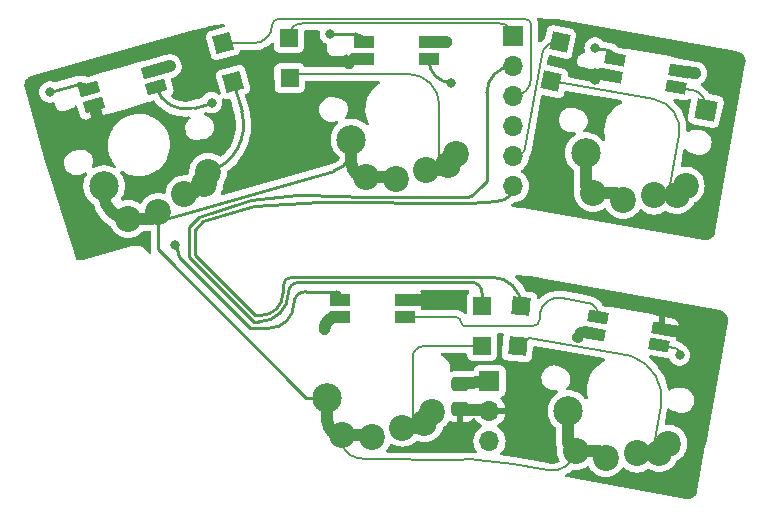
<source format=gbr>
%TF.GenerationSoftware,KiCad,Pcbnew,(6.99.0-4085-g6c752680d7)*%
%TF.CreationDate,2022-11-14T16:54:02+08:00*%
%TF.ProjectId,flex_thumbs_right,666c6578-5f74-4687-956d-62735f726967,rev?*%
%TF.SameCoordinates,Original*%
%TF.FileFunction,Copper,L1,Top*%
%TF.FilePolarity,Positive*%
%FSLAX46Y46*%
G04 Gerber Fmt 4.6, Leading zero omitted, Abs format (unit mm)*
G04 Created by KiCad (PCBNEW (6.99.0-4085-g6c752680d7)) date 2022-11-14 16:54:02*
%MOMM*%
%LPD*%
G01*
G04 APERTURE LIST*
G04 Aperture macros list*
%AMRoundRect*
0 Rectangle with rounded corners*
0 $1 Rounding radius*
0 $2 $3 $4 $5 $6 $7 $8 $9 X,Y pos of 4 corners*
0 Add a 4 corners polygon primitive as box body*
4,1,4,$2,$3,$4,$5,$6,$7,$8,$9,$2,$3,0*
0 Add four circle primitives for the rounded corners*
1,1,$1+$1,$2,$3*
1,1,$1+$1,$4,$5*
1,1,$1+$1,$6,$7*
1,1,$1+$1,$8,$9*
0 Add four rect primitives between the rounded corners*
20,1,$1+$1,$2,$3,$4,$5,0*
20,1,$1+$1,$4,$5,$6,$7,0*
20,1,$1+$1,$6,$7,$8,$9,0*
20,1,$1+$1,$8,$9,$2,$3,0*%
%AMRotRect*
0 Rectangle, with rotation*
0 The origin of the aperture is its center*
0 $1 length*
0 $2 width*
0 $3 Rotation angle, in degrees counterclockwise*
0 Add horizontal line*
21,1,$1,$2,0,0,$3*%
G04 Aperture macros list end*
%TA.AperFunction,SMDPad,CuDef*%
%ADD10R,1.524000X1.524000*%
%TD*%
%TA.AperFunction,SMDPad,CuDef*%
%ADD11R,1.700000X1.000000*%
%TD*%
%TA.AperFunction,SMDPad,CuDef*%
%ADD12RotRect,1.524000X1.524000X265.000000*%
%TD*%
%TA.AperFunction,ComponentPad*%
%ADD13C,2.500000*%
%TD*%
%TA.AperFunction,ComponentPad*%
%ADD14C,2.200000*%
%TD*%
%TA.AperFunction,SMDPad,CuDef*%
%ADD15RoundRect,0.250000X-0.475000X0.337500X-0.475000X-0.337500X0.475000X-0.337500X0.475000X0.337500X0*%
%TD*%
%TA.AperFunction,SMDPad,CuDef*%
%ADD16RotRect,1.524000X1.524000X258.000000*%
%TD*%
%TA.AperFunction,SMDPad,CuDef*%
%ADD17RotRect,1.700000X1.000000X350.000000*%
%TD*%
%TA.AperFunction,SMDPad,CuDef*%
%ADD18RotRect,1.700000X1.000000X170.000000*%
%TD*%
%TA.AperFunction,ComponentPad*%
%ADD19R,1.700000X1.700000*%
%TD*%
%TA.AperFunction,ComponentPad*%
%ADD20O,1.700000X1.700000*%
%TD*%
%TA.AperFunction,SMDPad,CuDef*%
%ADD21RotRect,1.524000X1.524000X271.000000*%
%TD*%
%TA.AperFunction,SMDPad,CuDef*%
%ADD22RotRect,1.700000X1.000000X16.000000*%
%TD*%
%TA.AperFunction,SMDPad,CuDef*%
%ADD23RotRect,1.524000X1.524000X285.000000*%
%TD*%
%TA.AperFunction,ComponentPad*%
%ADD24RotRect,1.700000X1.700000X169.000000*%
%TD*%
%TA.AperFunction,ViaPad*%
%ADD25C,0.800000*%
%TD*%
%TA.AperFunction,ViaPad*%
%ADD26C,0.600000*%
%TD*%
%TA.AperFunction,Conductor*%
%ADD27C,0.250000*%
%TD*%
%TA.AperFunction,Conductor*%
%ADD28C,0.152400*%
%TD*%
%TA.AperFunction,Conductor*%
%ADD29C,1.000000*%
%TD*%
%TA.AperFunction,Conductor*%
%ADD30C,0.400000*%
%TD*%
G04 APERTURE END LIST*
D10*
%TO.P,D1,1,K*%
%TO.N,col6*%
X100571304Y-93946556D03*
%TO.P,D1,2,A*%
%TO.N,Net-(D1-A)*%
X100571304Y-97346556D03*
%TD*%
D11*
%TO.P,D4,1,DOUT*%
%TO.N,Net-(D4-DOUT)*%
X88553315Y-93468090D03*
%TO.P,D4,2,VSS*%
%TO.N,Gnd*%
X94053315Y-93468090D03*
%TO.P,D4,3,DIN*%
%TO.N,Net-(D2-DOUT)*%
X94053315Y-94868090D03*
%TO.P,D4,4,VDD*%
%TO.N,Vcc*%
X88553315Y-94868090D03*
%TD*%
%TO.P,D10,1,DOUT*%
%TO.N,Net-(D10-DOUT)*%
X96085313Y-73024091D03*
%TO.P,D10,2,VSS*%
%TO.N,Gnd*%
X90585313Y-73024091D03*
%TO.P,D10,3,DIN*%
%TO.N,Net-(D10-DIN)*%
X90585313Y-71624091D03*
%TO.P,D10,4,VDD*%
%TO.N,Vcc*%
X96085313Y-71624091D03*
%TD*%
D12*
%TO.P,D9,1,K*%
%TO.N,col3*%
X103897642Y-93982046D03*
%TO.P,D9,2,A*%
%TO.N,Net-(D9-A)*%
X103601313Y-97369107D03*
%TD*%
D13*
%TO.P,SW9,1,1*%
%TO.N,row1*%
X107887334Y-102836702D03*
D14*
X108521541Y-106208049D03*
X111055994Y-106807256D03*
%TO.P,SW9,2,2*%
%TO.N,Net-(D9-A)*%
X113699797Y-106440780D03*
X115597526Y-106389538D03*
X116344694Y-105607400D03*
%TD*%
D15*
%TO.P,C1,1*%
%TO.N,Vcc*%
X98748605Y-100579133D03*
%TO.P,C1,2*%
%TO.N,Gnd*%
X98748605Y-102654133D03*
%TD*%
D16*
%TO.P,D5,1,K*%
%TO.N,col2*%
X107153488Y-71607742D03*
%TO.P,D5,2,A*%
%TO.N,Net-(D5-A)*%
X106446589Y-74933444D03*
%TD*%
D13*
%TO.P,SW19,1,1*%
%TO.N,row1*%
X89525313Y-79864091D03*
D14*
X90735313Y-83074091D03*
X93335313Y-83224091D03*
%TO.P,SW19,2,2*%
%TO.N,Net-(D19-A)*%
X95875313Y-82404091D03*
X97735313Y-82024091D03*
X98335313Y-81124091D03*
%TD*%
D13*
%TO.P,SW14,1,1*%
%TO.N,row1*%
X68579822Y-83813068D03*
D14*
X70627744Y-86565197D03*
X73168370Y-85992729D03*
%TO.P,SW14,2,2*%
%TO.N,Net-(D14-A)*%
X75383952Y-84504376D03*
X77067157Y-83626411D03*
X77395840Y-82595893D03*
%TD*%
D17*
%TO.P,D12,1,DOUT*%
%TO.N,Net-(D12-DOUT)*%
X117008623Y-75395741D03*
%TO.P,D12,2,VSS*%
%TO.N,Gnd*%
X111592180Y-74440676D03*
%TO.P,D12,3,DIN*%
%TO.N,Net-(D10-DOUT)*%
X111835287Y-73061945D03*
%TO.P,D12,4,VDD*%
%TO.N,Vcc*%
X117251730Y-74017010D03*
%TD*%
D18*
%TO.P,D2,1,DOUT*%
%TO.N,Net-(D2-DOUT)*%
X110362088Y-94905951D03*
%TO.P,D2,2,VSS*%
%TO.N,Gnd*%
X115778531Y-95861016D03*
%TO.P,D2,3,DIN*%
%TO.N,Din*%
X115535424Y-97239747D03*
%TO.P,D2,4,VDD*%
%TO.N,Vcc*%
X110118981Y-96284682D03*
%TD*%
D19*
%TO.P,J1,1,Pin_1*%
%TO.N,col5*%
X103190504Y-71126487D03*
D20*
%TO.P,J1,2,Pin_2*%
%TO.N,col6*%
X103190504Y-73666487D03*
%TO.P,J1,3,Pin_3*%
%TO.N,col4*%
X103190504Y-76206487D03*
%TO.P,J1,4,Pin_4*%
%TO.N,row1*%
X103190504Y-78746487D03*
%TO.P,J1,5,Pin_5*%
%TO.N,col2*%
X103190504Y-81286487D03*
%TO.P,J1,6,Pin_6*%
%TO.N,col3*%
X103190504Y-83826487D03*
%TD*%
D13*
%TO.P,SW1,1,1*%
%TO.N,row1*%
X87493303Y-101708090D03*
D14*
X88703303Y-104918090D03*
X91303303Y-105068090D03*
%TO.P,SW1,2,2*%
%TO.N,Net-(D1-A)*%
X93843303Y-104248090D03*
X95703303Y-103868090D03*
X96303303Y-102968090D03*
%TD*%
D21*
%TO.P,D19,1,K*%
%TO.N,col5*%
X84220391Y-71251964D03*
%TO.P,D19,2,A*%
%TO.N,Net-(D19-A)*%
X84279729Y-74651447D03*
%TD*%
D22*
%TO.P,D7,1,DOUT*%
%TO.N,Net-(D10-DIN)*%
X72993142Y-75430172D03*
%TO.P,D7,2,VSS*%
%TO.N,Gnd*%
X67706202Y-76946178D03*
%TO.P,D7,3,DIN*%
%TO.N,Net-(D4-DOUT)*%
X67320310Y-75600412D03*
%TO.P,D7,4,VDD*%
%TO.N,Vcc*%
X72607250Y-74084406D03*
%TD*%
D13*
%TO.P,SW5,1,1*%
%TO.N,row1*%
X109360530Y-80992697D03*
D14*
X109994737Y-84364044D03*
X112529190Y-84963251D03*
%TO.P,SW5,2,2*%
%TO.N,Net-(D5-A)*%
X115172993Y-84596775D03*
X117070722Y-84545533D03*
X117817890Y-83763395D03*
%TD*%
D23*
%TO.P,D14,1,K*%
%TO.N,col4*%
X78630978Y-71696783D03*
%TO.P,D14,2,A*%
%TO.N,Net-(D14-A)*%
X79510963Y-74980931D03*
%TD*%
D19*
%TO.P,J2,1,Pin_1*%
%TO.N,Vcc*%
X101210124Y-100309689D03*
D20*
%TO.P,J2,2,Pin_2*%
%TO.N,Gnd*%
X101210124Y-102849689D03*
%TO.P,J2,3,Pin_3*%
%TO.N,Din*%
X101210124Y-105389689D03*
%TD*%
D24*
%TO.P,J3,1,Pin_1*%
%TO.N,Net-(D12-DOUT)*%
X119520923Y-77351807D03*
%TD*%
D25*
%TO.N,Vcc*%
X87239564Y-95920397D03*
X74135443Y-73643870D03*
X97551925Y-71629727D03*
X118608547Y-74258199D03*
X108688562Y-96580640D03*
%TO.N,Din*%
X117297389Y-98103888D03*
%TO.N,Gnd*%
X95749565Y-93480395D03*
X110140631Y-74714693D03*
D26*
X117319128Y-96137789D03*
D25*
X68159451Y-78561582D03*
X89311923Y-73409726D03*
%TO.N,Net-(D4-DOUT)*%
X74597633Y-88751727D03*
X63996195Y-75833445D03*
%TO.N,Net-(D10-DIN)*%
X77678190Y-76747593D03*
X87731923Y-70919728D03*
%TO.N,Net-(D10-DOUT)*%
X110153592Y-72107333D03*
X97951922Y-75039724D03*
%TD*%
D27*
%TO.N,col6*%
X81006674Y-85009541D02*
X84906682Y-84579545D01*
X81716668Y-95289545D02*
X81236678Y-95289547D01*
X99661676Y-84664532D02*
X100546673Y-83779545D01*
X81236678Y-95289547D02*
X75766680Y-89819540D01*
X93736719Y-84726793D02*
X99456757Y-84749421D01*
X84906682Y-84579545D02*
X85586676Y-84579545D01*
X90786678Y-84709549D02*
X93736719Y-84726793D01*
X75766672Y-87259543D02*
X76586679Y-86439542D01*
X100986674Y-83339545D02*
X100986675Y-75870323D01*
X100571301Y-93946547D02*
X100571308Y-92824171D01*
X99706679Y-91959537D02*
X85046674Y-91959550D01*
X75766680Y-89819540D02*
X75766672Y-87259543D01*
X85586676Y-84579545D02*
X90786678Y-84709549D01*
X100546673Y-83779545D02*
X100986674Y-83339545D01*
X76586679Y-86439542D02*
X81006674Y-85009541D01*
X99456757Y-84749407D02*
G75*
G03*
X99661676Y-84664532I43J289707D01*
G01*
X103190510Y-73666475D02*
G75*
G03*
X100986675Y-75870323I-10J-2203825D01*
G01*
X85046674Y-91959474D02*
G75*
G03*
X84196674Y-92809543I26J-850026D01*
G01*
X81716668Y-95289554D02*
G75*
G03*
X84196674Y-92809543I2J2480004D01*
G01*
X100571363Y-92824171D02*
G75*
G03*
X99706679Y-91959537I-864663J-29D01*
G01*
D28*
%TO.N,col2*%
X105631870Y-72673196D02*
X104243063Y-80549475D01*
X103190511Y-81286460D02*
G75*
G03*
X104243062Y-80549475I157789J894760D01*
G01*
X107153486Y-71607767D02*
G75*
G03*
X105631870Y-72673196I-228086J-1293533D01*
G01*
D27*
%TO.N,col3*%
X81276676Y-85489539D02*
X86846676Y-85149539D01*
X99486677Y-85199545D02*
X101947449Y-85069544D01*
X76276666Y-89629549D02*
X76276679Y-87479542D01*
X76276679Y-87479542D02*
X76966677Y-86789547D01*
X81386675Y-94739548D02*
X76276666Y-89629549D01*
X81836676Y-94759545D02*
X81406681Y-94759535D01*
X101425135Y-91509548D02*
X84486676Y-91509539D01*
X76966677Y-86789547D02*
X81276676Y-85489539D01*
X83726674Y-92269541D02*
X83726667Y-92869548D01*
X86846676Y-85149539D02*
X99486677Y-85199545D01*
X81836676Y-94759467D02*
G75*
G03*
X83726667Y-92869548I24J1889967D01*
G01*
X103897652Y-93982043D02*
G75*
G03*
X101425135Y-91509548I-2472552J-57D01*
G01*
X84486676Y-91509574D02*
G75*
G03*
X83726674Y-92269541I24J-760026D01*
G01*
X81386765Y-94739548D02*
G75*
G03*
X81406681Y-94759535I19935J-52D01*
G01*
X101947449Y-85069504D02*
G75*
G03*
X103190504Y-83826488I51J1243004D01*
G01*
D28*
%TO.N,col4*%
X104728257Y-70124619D02*
X104728251Y-74668740D01*
X78630977Y-71696772D02*
X81266092Y-71696775D01*
X83288254Y-69674614D02*
X104278251Y-69674627D01*
X104728273Y-70124619D02*
G75*
G03*
X104278251Y-69674627I-449973J19D01*
G01*
X103190509Y-76206551D02*
G75*
G03*
X104728251Y-74668740I-9J1537751D01*
G01*
X83288254Y-69674556D02*
G75*
G03*
X82808256Y-70154620I46J-480044D01*
G01*
X81266092Y-71696756D02*
G75*
G03*
X82808256Y-70154620I8J1542156D01*
G01*
%TO.N,col5*%
X84220396Y-71251963D02*
X84220394Y-71122478D01*
X85308260Y-70034618D02*
X102098637Y-70034624D01*
X103190576Y-71126488D02*
G75*
G03*
X102098637Y-70034624I-1091876J-12D01*
G01*
X85308260Y-70034594D02*
G75*
G03*
X84220394Y-71122478I40J-1087906D01*
G01*
D29*
%TO.N,row1*%
X88703308Y-104918088D02*
X91153309Y-104918086D01*
X89525316Y-79864090D02*
X89525318Y-81864088D01*
X68579820Y-83813066D02*
X68579811Y-84517278D01*
X90735312Y-83074086D02*
X93185313Y-83074088D01*
D27*
X73168364Y-89171237D02*
X73168366Y-85992726D01*
D28*
X103170499Y-107330962D02*
X102561663Y-107213446D01*
D29*
X108521536Y-106208042D02*
X110456781Y-106208053D01*
D27*
X73168369Y-85992733D02*
X73185637Y-86052965D01*
D28*
X99613066Y-106947394D02*
X98361813Y-106960304D01*
X102561663Y-107213446D02*
X100153543Y-106991913D01*
D27*
X87493313Y-101708085D02*
X85705221Y-101708090D01*
X74043329Y-86528382D02*
X88058952Y-82509465D01*
D29*
X109360519Y-80992698D02*
X109360520Y-83729837D01*
D28*
X106164021Y-107858790D02*
X103170499Y-107330962D01*
D27*
X85705221Y-101708090D02*
X73168364Y-89171237D01*
D28*
X98361813Y-106960304D02*
X90738427Y-106946318D01*
D29*
X109994735Y-84364048D02*
X111929982Y-84364057D01*
X70627738Y-86565190D02*
X72595897Y-86565201D01*
X87493312Y-101708087D02*
X87493317Y-103708086D01*
D28*
X100153543Y-106991913D02*
X99613066Y-106947394D01*
D29*
X107887325Y-102836696D02*
X107887321Y-105573836D01*
D28*
X90738427Y-106946318D02*
X90036862Y-106822607D01*
D30*
X73168367Y-85992726D02*
X73168366Y-85992726D01*
D29*
X72595897Y-86565166D02*
G75*
G03*
X73168366Y-85992726I3J572466D01*
G01*
X111056047Y-106807258D02*
G75*
G03*
X110456781Y-106208053I-599247J-42D01*
G01*
X68579810Y-84517278D02*
G75*
G03*
X70627738Y-86565190I2047890J-22D01*
G01*
X93335312Y-83224088D02*
G75*
G03*
X93185313Y-83074088I-150012J-12D01*
G01*
X109360452Y-83729837D02*
G75*
G03*
X109994735Y-84364048I634248J37D01*
G01*
D27*
X88058962Y-82509499D02*
G75*
G03*
X89525313Y-79864086I-589562J2055899D01*
G01*
D29*
X87493312Y-103708086D02*
G75*
G03*
X88703308Y-104918088I1209988J-14D01*
G01*
X107887258Y-105573836D02*
G75*
G03*
X108521536Y-106208042I634242J36D01*
G01*
D28*
X88703307Y-104918087D02*
G75*
G03*
X90036862Y-106822607I1618993J-285513D01*
G01*
X106164015Y-107858826D02*
G75*
G03*
X108521534Y-106208043I353385J2004126D01*
G01*
D29*
X112529243Y-84963256D02*
G75*
G03*
X111929982Y-84364057I-599243J-44D01*
G01*
X89525314Y-81864088D02*
G75*
G03*
X90735312Y-83074086I1209986J-12D01*
G01*
D27*
X73185629Y-86052967D02*
G75*
G03*
X74043329Y-86528382I666571J191167D01*
G01*
D29*
X91303314Y-105068089D02*
G75*
G03*
X91153309Y-104918086I-150014J-11D01*
G01*
%TO.N,Vcc*%
X72607249Y-74084403D02*
X74133911Y-73646641D01*
X96085314Y-71624092D02*
X97546291Y-71624089D01*
X88553315Y-94868091D02*
X88291872Y-94868090D01*
X117251728Y-74017008D02*
X118606993Y-74255980D01*
X110118977Y-96284680D02*
X109313954Y-96142733D01*
X98748604Y-100579126D02*
X101210125Y-100309690D01*
D30*
X110118977Y-96284680D02*
X109360973Y-96151018D01*
D29*
X109313949Y-96142761D02*
G75*
G03*
X108688562Y-96580640I-93749J-531639D01*
G01*
X88291872Y-94868064D02*
G75*
G03*
X87239564Y-95920397I28J-1052336D01*
G01*
X74133913Y-73646647D02*
G75*
G03*
X74135442Y-73643870I-613J2147D01*
G01*
X118608617Y-74258210D02*
G75*
G03*
X118606993Y-74255980I-1917J310D01*
G01*
X97551911Y-71629727D02*
G75*
G03*
X97546291Y-71624089I-5611J27D01*
G01*
D28*
%TO.N,Din*%
X116855266Y-97472468D02*
X115535416Y-97239743D01*
X117297330Y-98103878D02*
G75*
G03*
X116855266Y-97472468I-536730J94678D01*
G01*
D29*
%TO.N,Gnd*%
X90585313Y-73024093D02*
X89697559Y-73024091D01*
X94053322Y-93468094D02*
X95737263Y-93468088D01*
X98748601Y-102654125D02*
X101210115Y-102849703D01*
X111592179Y-74440672D02*
X110745247Y-74291339D01*
X67706202Y-76946175D02*
X68166014Y-78549740D01*
X115778519Y-95861012D02*
X117315027Y-96131941D01*
X68159460Y-78561614D02*
G75*
G03*
X68166014Y-78549740I-2660J9214D01*
G01*
D30*
X117319147Y-96137792D02*
G75*
G03*
X117315027Y-96131941I-4947J892D01*
G01*
D29*
X89697559Y-73024023D02*
G75*
G03*
X89311923Y-73409726I41J-385677D01*
G01*
X95749512Y-93480395D02*
G75*
G03*
X95737263Y-93468088I-12312J-5D01*
G01*
X110745247Y-74291338D02*
G75*
G03*
X110140631Y-74714693I-90647J-513962D01*
G01*
D28*
%TO.N,Net-(D1-A)*%
X95671327Y-97346548D02*
X100571294Y-97346550D01*
D29*
X93843308Y-104248092D02*
X95023310Y-104248082D01*
D28*
X94692336Y-103399063D02*
X94692341Y-98325541D01*
X93843308Y-104248136D02*
G75*
G03*
X94692336Y-103399063I-8J849036D01*
G01*
X95671327Y-97346541D02*
G75*
G03*
X94692341Y-98325541I-27J-978959D01*
G01*
D29*
X95023310Y-104248119D02*
G75*
G03*
X96303319Y-102968083I-10J1280019D01*
G01*
D28*
%TO.N,Net-(D2-DOUT)*%
X94053319Y-94868089D02*
X98311836Y-94868093D01*
X110362090Y-94905947D02*
X110378215Y-94814498D01*
X105472352Y-95058604D02*
X105472350Y-94568607D01*
X109581857Y-93677184D02*
X107316021Y-93277661D01*
X99112352Y-95668605D02*
X104862354Y-95668599D01*
X110378209Y-94814497D02*
G75*
G03*
X109581857Y-93677184I-966809J170497D01*
G01*
X98842307Y-95398600D02*
G75*
G03*
X98311836Y-94868093I-530507J0D01*
G01*
X98842395Y-95398600D02*
G75*
G03*
X99112352Y-95668605I270005J0D01*
G01*
X107316025Y-93277639D02*
G75*
G03*
X105472351Y-94568607I-276325J-1567361D01*
G01*
X104862354Y-95668652D02*
G75*
G03*
X105472352Y-95058604I-54J610052D01*
G01*
D27*
%TO.N,Net-(D4-DOUT)*%
X63996195Y-75833445D02*
X66464077Y-75125794D01*
X85644273Y-92734612D02*
X88294275Y-92734609D01*
X74666119Y-88789684D02*
X74954277Y-89794610D01*
X88553317Y-92993650D02*
X88553314Y-93468092D01*
X74954277Y-89794610D02*
X74954275Y-89824607D01*
X74597633Y-88751727D02*
X74666119Y-88789684D01*
X74954275Y-89824607D02*
X80974283Y-95844611D01*
X80974283Y-95844611D02*
X82534275Y-95844610D01*
X67320315Y-75600410D02*
G75*
G03*
X66464077Y-75125794I-665415J-190790D01*
G01*
X88553291Y-92993650D02*
G75*
G03*
X88294275Y-92734609I-258991J50D01*
G01*
X85644273Y-92734581D02*
G75*
G03*
X84654281Y-93724611I27J-990019D01*
G01*
X82534275Y-95844581D02*
G75*
G03*
X84654281Y-93724611I25J2119981D01*
G01*
D28*
%TO.N,Net-(D5-A)*%
X116505603Y-83738471D02*
X117257743Y-79472889D01*
X115140610Y-76449320D02*
X106466118Y-74919780D01*
D29*
X115172980Y-84596779D02*
X116984506Y-84596780D01*
D28*
X117257782Y-79472896D02*
G75*
G03*
X115140610Y-76449320I-2570382J453196D01*
G01*
D29*
X116984506Y-84596779D02*
G75*
G03*
X117817879Y-83763397I-6J833379D01*
G01*
D28*
X116505548Y-83738461D02*
G75*
G03*
X117070719Y-84545545I686152J-120939D01*
G01*
X106466131Y-74919706D02*
G75*
G03*
X106446591Y-74933453I-2931J-16594D01*
G01*
D27*
%TO.N,Net-(D10-DIN)*%
X87731923Y-70919728D02*
X89880947Y-70919726D01*
X76156830Y-77183835D02*
X77678190Y-76747593D01*
X90585374Y-71624091D02*
G75*
G03*
X89880947Y-70919726I-704374J-9D01*
G01*
X72993148Y-75430169D02*
G75*
G03*
X76156830Y-77183835I2458652J704969D01*
G01*
D28*
%TO.N,Net-(D9-A)*%
X115139421Y-105735299D02*
X115728124Y-102396600D01*
X104575955Y-96686654D02*
X103601315Y-97369109D01*
X113270003Y-98219655D02*
X104575955Y-96686654D01*
D29*
X113699791Y-106440784D02*
X115511307Y-106440773D01*
X115511307Y-106440786D02*
G75*
G03*
X116344686Y-105607398I-7J833386D01*
G01*
D28*
X115728096Y-102396595D02*
G75*
G03*
X113270003Y-98219656I-3678996J646695D01*
G01*
X115139464Y-105735307D02*
G75*
G03*
X115597517Y-106389538I556136J-98093D01*
G01*
D27*
%TO.N,Net-(D10-DOUT)*%
X110153592Y-72107333D02*
X111309589Y-72311168D01*
X96085316Y-73024092D02*
X96085311Y-73173113D01*
X96085276Y-73173113D02*
G75*
G03*
X97951922Y-75039724I1866624J13D01*
G01*
X111835241Y-73061935D02*
G75*
G03*
X111309589Y-72311169I-638241J112535D01*
G01*
D28*
%TO.N,Net-(D12-DOUT)*%
X117008621Y-75395736D02*
X118312216Y-75625594D01*
X119520925Y-77351808D02*
G75*
G03*
X118312216Y-75625594I-1467525J258708D01*
G01*
D29*
%TO.N,Net-(D14-A)*%
X75383953Y-84504380D02*
X75487353Y-84504376D01*
D27*
X80228948Y-77484826D02*
X79510968Y-74980931D01*
X77395830Y-82595860D02*
G75*
G03*
X80228948Y-77484826I-1138930J3972060D01*
G01*
D29*
X75487353Y-84504333D02*
G75*
G03*
X77395833Y-82595895I47J1908433D01*
G01*
%TO.N,Net-(D19-A)*%
X95875321Y-82404095D02*
X97055312Y-82404092D01*
D28*
X94328258Y-74314619D02*
X84616559Y-74314618D01*
X96958256Y-78664615D02*
X96958257Y-76944608D01*
X96968256Y-81257035D02*
X96968260Y-78674614D01*
X96958286Y-78664615D02*
G75*
G03*
X96968260Y-78674614I10014J15D01*
G01*
X84616559Y-74314634D02*
G75*
G03*
X84279734Y-74651455I41J-336866D01*
G01*
X96968213Y-81257035D02*
G75*
G03*
X97735317Y-82024087I767087J35D01*
G01*
X96958281Y-76944608D02*
G75*
G03*
X94328258Y-74314619I-2629981J8D01*
G01*
D29*
X97055312Y-82404115D02*
G75*
G03*
X98335315Y-81124087I-12J1280015D01*
G01*
%TD*%
%TA.AperFunction,Conductor*%
%TO.N,Gnd*%
G36*
X105366081Y-91534594D02*
G01*
X105366087Y-91534596D01*
X105366087Y-91534594D01*
X105376177Y-91535504D01*
X105378047Y-91535687D01*
X105394461Y-91537414D01*
X105399158Y-91537909D01*
X105402886Y-91538358D01*
X105422902Y-91541075D01*
X105426561Y-91541627D01*
X105447807Y-91545161D01*
X105449631Y-91545479D01*
X105451116Y-91545749D01*
X105451129Y-91545751D01*
X105487624Y-91552385D01*
X105486833Y-91556734D01*
X105486838Y-91556736D01*
X105487629Y-91552384D01*
X120713507Y-94319392D01*
X120713427Y-94319834D01*
X120713439Y-94319838D01*
X120713519Y-94319399D01*
X120746656Y-94325418D01*
X120758697Y-94328221D01*
X120891547Y-94366112D01*
X120914523Y-94375183D01*
X121031883Y-94435422D01*
X121052645Y-94448801D01*
X121128097Y-94508650D01*
X121155996Y-94530780D01*
X121173745Y-94547948D01*
X121259120Y-94648525D01*
X121273178Y-94668826D01*
X121337288Y-94784126D01*
X121347115Y-94806784D01*
X121387492Y-94932365D01*
X121392712Y-94956509D01*
X121407812Y-95087559D01*
X121408220Y-95112259D01*
X121396991Y-95249466D01*
X121395379Y-95261726D01*
X121389270Y-95295330D01*
X121384365Y-95294438D01*
X121384363Y-95294446D01*
X121389272Y-95295338D01*
X120698646Y-99095622D01*
X120698646Y-99095623D01*
X119500810Y-105686885D01*
X119491731Y-105736841D01*
X119491730Y-105736842D01*
X118793026Y-109581586D01*
X118792194Y-109581435D01*
X118792193Y-109581439D01*
X118793024Y-109581590D01*
X118787002Y-109614729D01*
X118784197Y-109626769D01*
X118746298Y-109759610D01*
X118737229Y-109782578D01*
X118676983Y-109899933D01*
X118663603Y-109920695D01*
X118581618Y-110024044D01*
X118564449Y-110041791D01*
X118463881Y-110127154D01*
X118443573Y-110141216D01*
X118328282Y-110205318D01*
X118305620Y-110215147D01*
X118180045Y-110255522D01*
X118155903Y-110260742D01*
X118099199Y-110267277D01*
X118024850Y-110275844D01*
X118000159Y-110276252D01*
X117862483Y-110264987D01*
X117850224Y-110263375D01*
X117849526Y-110263248D01*
X117842613Y-110261991D01*
X117842613Y-110261992D01*
X117817088Y-110257352D01*
X117817086Y-110257352D01*
X117817080Y-110257351D01*
X117817077Y-110257352D01*
X107741460Y-108426295D01*
X107678014Y-108394436D01*
X107641864Y-108333332D01*
X107644489Y-108262383D01*
X107685054Y-108204117D01*
X107703729Y-108191671D01*
X107896414Y-108086738D01*
X107896417Y-108086736D01*
X107899526Y-108085043D01*
X108140558Y-107916268D01*
X108230287Y-107837080D01*
X108294597Y-107807002D01*
X108323545Y-107805940D01*
X108521541Y-107821523D01*
X108773944Y-107801658D01*
X108778751Y-107800504D01*
X108778757Y-107800503D01*
X108935509Y-107762870D01*
X109020132Y-107742554D01*
X109129028Y-107697448D01*
X109249469Y-107647560D01*
X109249473Y-107647558D01*
X109254043Y-107645665D01*
X109458662Y-107520274D01*
X109527196Y-107501736D01*
X109594872Y-107523192D01*
X109631929Y-107561871D01*
X109750666Y-107755632D01*
X109915096Y-107948154D01*
X110107618Y-108112584D01*
X110323492Y-108244872D01*
X110328062Y-108246765D01*
X110328066Y-108246767D01*
X110552830Y-108339867D01*
X110557403Y-108341761D01*
X110591530Y-108349954D01*
X110798778Y-108399710D01*
X110798784Y-108399711D01*
X110803591Y-108400865D01*
X111055994Y-108420730D01*
X111308397Y-108400865D01*
X111313204Y-108399711D01*
X111313210Y-108399710D01*
X111520458Y-108349954D01*
X111554585Y-108341761D01*
X111559158Y-108339867D01*
X111783922Y-108246767D01*
X111783926Y-108246765D01*
X111788496Y-108244872D01*
X112004370Y-108112584D01*
X112196892Y-107948154D01*
X112361322Y-107755632D01*
X112422096Y-107656458D01*
X112474743Y-107608828D01*
X112544784Y-107597221D01*
X112611358Y-107626483D01*
X112611832Y-107626887D01*
X112747662Y-107742898D01*
X112747666Y-107742901D01*
X112751421Y-107746108D01*
X112849058Y-107805940D01*
X112959820Y-107873815D01*
X112967295Y-107878396D01*
X112971865Y-107880289D01*
X112971869Y-107880291D01*
X113196633Y-107973391D01*
X113201206Y-107975285D01*
X113285829Y-107995601D01*
X113442581Y-108033234D01*
X113442587Y-108033235D01*
X113447394Y-108034389D01*
X113699797Y-108054254D01*
X113952200Y-108034389D01*
X113957007Y-108033235D01*
X113957013Y-108033234D01*
X114113765Y-107995601D01*
X114198388Y-107975285D01*
X114202961Y-107973391D01*
X114427725Y-107880291D01*
X114427729Y-107880289D01*
X114432299Y-107878396D01*
X114436519Y-107875810D01*
X114436529Y-107875805D01*
X114624636Y-107760532D01*
X114693169Y-107741993D01*
X114756306Y-107760532D01*
X114860794Y-107824563D01*
X114860804Y-107824568D01*
X114865024Y-107827154D01*
X114869594Y-107829047D01*
X114869598Y-107829049D01*
X114988733Y-107878396D01*
X115098935Y-107924043D01*
X115183558Y-107944359D01*
X115340310Y-107981992D01*
X115340316Y-107981993D01*
X115345123Y-107983147D01*
X115597526Y-108003012D01*
X115849929Y-107983147D01*
X115854736Y-107981993D01*
X115854742Y-107981992D01*
X116011494Y-107944359D01*
X116096117Y-107924043D01*
X116206319Y-107878396D01*
X116325454Y-107829049D01*
X116325458Y-107829047D01*
X116330028Y-107827154D01*
X116545902Y-107694866D01*
X116738424Y-107530436D01*
X116902854Y-107337914D01*
X117035142Y-107122040D01*
X117037035Y-107117470D01*
X117037039Y-107117462D01*
X117047926Y-107091177D01*
X117092474Y-107035896D01*
X117098500Y-107031961D01*
X117185105Y-106978889D01*
X117293070Y-106912728D01*
X117476407Y-106756143D01*
X117481836Y-106751506D01*
X117485592Y-106748298D01*
X117650022Y-106555776D01*
X117782310Y-106339902D01*
X117814595Y-106261961D01*
X117877305Y-106110564D01*
X117877306Y-106110562D01*
X117879199Y-106105991D01*
X117916506Y-105950595D01*
X117937148Y-105864616D01*
X117937149Y-105864610D01*
X117938303Y-105859803D01*
X117958168Y-105607400D01*
X117938303Y-105354997D01*
X117929119Y-105316740D01*
X117891552Y-105160263D01*
X117879199Y-105108809D01*
X117867942Y-105081632D01*
X117784205Y-104879472D01*
X117784203Y-104879468D01*
X117782310Y-104874898D01*
X117650022Y-104659024D01*
X117485592Y-104466502D01*
X117293070Y-104302072D01*
X117077196Y-104169784D01*
X117072626Y-104167891D01*
X117072622Y-104167889D01*
X116847858Y-104074789D01*
X116847856Y-104074788D01*
X116843285Y-104072895D01*
X116758662Y-104052579D01*
X116601910Y-104014946D01*
X116601904Y-104014945D01*
X116597097Y-104013791D01*
X116344694Y-103993926D01*
X116198135Y-104005461D01*
X116128657Y-103990865D01*
X116078098Y-103941023D01*
X116062511Y-103871758D01*
X116064165Y-103857969D01*
X116265472Y-102716299D01*
X116296999Y-102652687D01*
X116357913Y-102616217D01*
X116428874Y-102618470D01*
X116461536Y-102634762D01*
X116607487Y-102736347D01*
X116789806Y-102814586D01*
X116796061Y-102815871D01*
X116796063Y-102815872D01*
X116830739Y-102822998D01*
X116922243Y-102841802D01*
X116956271Y-102854099D01*
X117046460Y-102902307D01*
X117087553Y-102924272D01*
X117087555Y-102924273D01*
X117093007Y-102927187D01*
X117144352Y-102942762D01*
X117285101Y-102985458D01*
X117285107Y-102985459D01*
X117291027Y-102987255D01*
X117364141Y-102994456D01*
X117442273Y-103002152D01*
X117442280Y-103002152D01*
X117445353Y-103002455D01*
X117548569Y-103002455D01*
X117551642Y-103002152D01*
X117551649Y-103002152D01*
X117629781Y-102994456D01*
X117702895Y-102987255D01*
X117708815Y-102985459D01*
X117708821Y-102985458D01*
X117858082Y-102940180D01*
X117900915Y-102927187D01*
X118083411Y-102829640D01*
X118243371Y-102698365D01*
X118374646Y-102538405D01*
X118472193Y-102355909D01*
X118501983Y-102257703D01*
X118530464Y-102163815D01*
X118530465Y-102163809D01*
X118532261Y-102157889D01*
X118552544Y-101951955D01*
X118532261Y-101746021D01*
X118530465Y-101740101D01*
X118530464Y-101740095D01*
X118483999Y-101586921D01*
X118472193Y-101548001D01*
X118374646Y-101365505D01*
X118243371Y-101205545D01*
X118083411Y-101074270D01*
X117900915Y-100976723D01*
X117827286Y-100954388D01*
X117708821Y-100918452D01*
X117708815Y-100918451D01*
X117702895Y-100916655D01*
X117629781Y-100909454D01*
X117551649Y-100901758D01*
X117551642Y-100901758D01*
X117548569Y-100901455D01*
X117445353Y-100901455D01*
X117442280Y-100901758D01*
X117442273Y-100901758D01*
X117350543Y-100910793D01*
X117291027Y-100916655D01*
X117291011Y-100916493D01*
X117244948Y-100916348D01*
X117203100Y-100907748D01*
X117188799Y-100904809D01*
X117188797Y-100904809D01*
X117182540Y-100903523D01*
X117033868Y-100903523D01*
X116885962Y-100918564D01*
X116696663Y-100977956D01*
X116523195Y-101074239D01*
X116517760Y-101078905D01*
X116511721Y-101084089D01*
X116447005Y-101113283D01*
X116376778Y-101102854D01*
X116323338Y-101056114D01*
X116305662Y-101010912D01*
X116266285Y-100793227D01*
X116220010Y-100624181D01*
X116166309Y-100428004D01*
X116166307Y-100427998D01*
X116165571Y-100425309D01*
X116136553Y-100347134D01*
X116033793Y-100070305D01*
X116032825Y-100067697D01*
X116031638Y-100065200D01*
X116031634Y-100065190D01*
X115870275Y-99725686D01*
X115870274Y-99725685D01*
X115869082Y-99723176D01*
X115851914Y-99694002D01*
X115734064Y-99493746D01*
X115675614Y-99394424D01*
X115658723Y-99370771D01*
X115513961Y-99168064D01*
X115453928Y-99084001D01*
X115452114Y-99081884D01*
X115452108Y-99081876D01*
X115207562Y-98796438D01*
X115207560Y-98796436D01*
X115205749Y-98794322D01*
X115188896Y-98777843D01*
X115124090Y-98714478D01*
X114933007Y-98527641D01*
X114930873Y-98525895D01*
X114930866Y-98525888D01*
X114729734Y-98361260D01*
X114689689Y-98302635D01*
X114687696Y-98231666D01*
X114724388Y-98170886D01*
X114788116Y-98139592D01*
X114831419Y-98139671D01*
X116245286Y-98388973D01*
X116272536Y-98390814D01*
X116298194Y-98392547D01*
X116298196Y-98392547D01*
X116306060Y-98393078D01*
X116320166Y-98390475D01*
X116390785Y-98397783D01*
X116446242Y-98442111D01*
X116458136Y-98463133D01*
X116460822Y-98469167D01*
X116462862Y-98475444D01*
X116466162Y-98481160D01*
X116466163Y-98481162D01*
X116475647Y-98497588D01*
X116558349Y-98640832D01*
X116562767Y-98645739D01*
X116562768Y-98645740D01*
X116674109Y-98769397D01*
X116686136Y-98782754D01*
X116840637Y-98895006D01*
X116846665Y-98897690D01*
X116846667Y-98897691D01*
X116981453Y-98957701D01*
X117015101Y-98972682D01*
X117108501Y-98992535D01*
X117195445Y-99011016D01*
X117195450Y-99011016D01*
X117201902Y-99012388D01*
X117392876Y-99012388D01*
X117399328Y-99011016D01*
X117399333Y-99011016D01*
X117486277Y-98992535D01*
X117579677Y-98972682D01*
X117613325Y-98957701D01*
X117748111Y-98897691D01*
X117748113Y-98897690D01*
X117754141Y-98895006D01*
X117908642Y-98782754D01*
X117920669Y-98769397D01*
X118032010Y-98645740D01*
X118032011Y-98645739D01*
X118036429Y-98640832D01*
X118122047Y-98492537D01*
X118128612Y-98481167D01*
X118128613Y-98481166D01*
X118131916Y-98475444D01*
X118190931Y-98293816D01*
X118191960Y-98284032D01*
X118210203Y-98110453D01*
X118210893Y-98103888D01*
X118197632Y-97977714D01*
X118191621Y-97920523D01*
X118191621Y-97920521D01*
X118190931Y-97913960D01*
X118131916Y-97732332D01*
X118036429Y-97566944D01*
X117949972Y-97470923D01*
X117913064Y-97429933D01*
X117913063Y-97429932D01*
X117908642Y-97425022D01*
X117754141Y-97312770D01*
X117748112Y-97310086D01*
X117748109Y-97310084D01*
X117616017Y-97251274D01*
X117570739Y-97217153D01*
X117566063Y-97211580D01*
X117562525Y-97207363D01*
X117411102Y-97080290D01*
X117239914Y-96981443D01*
X117054161Y-96913824D01*
X117054543Y-96912775D01*
X116998749Y-96878756D01*
X116967736Y-96814892D01*
X116976173Y-96744398D01*
X116983379Y-96730148D01*
X116999731Y-96702338D01*
X117005918Y-96687969D01*
X117019702Y-96640327D01*
X117021224Y-96633769D01*
X117109548Y-96132858D01*
X117108061Y-96119528D01*
X117093555Y-96115017D01*
X115650532Y-96115017D01*
X115582411Y-96095015D01*
X115535918Y-96041359D01*
X115524532Y-95989017D01*
X115524532Y-95588902D01*
X116032532Y-95588902D01*
X116037007Y-95604141D01*
X116038397Y-95605346D01*
X116046080Y-95607017D01*
X117184154Y-95607017D01*
X117199393Y-95602542D01*
X117203994Y-95597232D01*
X117210577Y-95559899D01*
X117211390Y-95553211D01*
X117214732Y-95503720D01*
X117213833Y-95488113D01*
X117190392Y-95361074D01*
X117184689Y-95344163D01*
X117126915Y-95229881D01*
X117116687Y-95215273D01*
X117029054Y-95121894D01*
X117015115Y-95110753D01*
X116903760Y-95045278D01*
X116889392Y-95039091D01*
X116841742Y-95025305D01*
X116835191Y-95023784D01*
X116050373Y-94885400D01*
X116037043Y-94886886D01*
X116032532Y-94901393D01*
X116032532Y-95588902D01*
X115524532Y-95588902D01*
X115524532Y-94810795D01*
X115520057Y-94795556D01*
X115514747Y-94790955D01*
X115182833Y-94732429D01*
X115131160Y-94710646D01*
X115120010Y-94702629D01*
X115110616Y-94691985D01*
X115097536Y-94686471D01*
X115093302Y-94683427D01*
X115086779Y-94679769D01*
X115081975Y-94677744D01*
X115070450Y-94669458D01*
X115056474Y-94666994D01*
X115056473Y-94666993D01*
X114980315Y-94653564D01*
X114980310Y-94653563D01*
X111457828Y-94032454D01*
X111457827Y-94032454D01*
X111435007Y-94028430D01*
X111421343Y-94032275D01*
X111416125Y-94032535D01*
X111408764Y-94033739D01*
X111403737Y-94035153D01*
X111389558Y-94035861D01*
X111377089Y-94042652D01*
X111364979Y-94046059D01*
X111308974Y-94048855D01*
X111025472Y-93998866D01*
X110886922Y-93974436D01*
X110823310Y-93942909D01*
X110800696Y-93915073D01*
X110767479Y-93859591D01*
X110697821Y-93743242D01*
X110682680Y-93724604D01*
X110559368Y-93572820D01*
X110556532Y-93569329D01*
X110391930Y-93417295D01*
X110207366Y-93290234D01*
X110203341Y-93288239D01*
X110010622Y-93192727D01*
X110010618Y-93192726D01*
X110006598Y-93190733D01*
X110002337Y-93189334D01*
X110002333Y-93189332D01*
X109900155Y-93155776D01*
X109793712Y-93120819D01*
X109789294Y-93120040D01*
X109789290Y-93120039D01*
X109683378Y-93101365D01*
X109680596Y-93100875D01*
X109680573Y-93100871D01*
X109581433Y-93083390D01*
X109382465Y-93048307D01*
X107487461Y-92714170D01*
X107487457Y-92714169D01*
X107487455Y-92714168D01*
X107426296Y-92703385D01*
X107417640Y-92701859D01*
X107417540Y-92701830D01*
X107417542Y-92701819D01*
X107417443Y-92701801D01*
X107417441Y-92701801D01*
X107291662Y-92679626D01*
X107287907Y-92678964D01*
X107284103Y-92678760D01*
X107284098Y-92678759D01*
X107028822Y-92665042D01*
X107028814Y-92665042D01*
X107025017Y-92664838D01*
X107021226Y-92665093D01*
X107021218Y-92665093D01*
X106766145Y-92682247D01*
X106766141Y-92682248D01*
X106762342Y-92682503D01*
X106503711Y-92731700D01*
X106252896Y-92811712D01*
X106249433Y-92813298D01*
X106249432Y-92813299D01*
X106106800Y-92878649D01*
X106013553Y-92921372D01*
X106010309Y-92923363D01*
X106010307Y-92923364D01*
X105792413Y-93057093D01*
X105792407Y-93057097D01*
X105789173Y-93059082D01*
X105777040Y-93068720D01*
X105586016Y-93220459D01*
X105586011Y-93220463D01*
X105583028Y-93222833D01*
X105449367Y-93358300D01*
X105387288Y-93392741D01*
X105316440Y-93388152D01*
X105259320Y-93345988D01*
X105234063Y-93279635D01*
X105233704Y-93272303D01*
X105232908Y-93232208D01*
X105232752Y-93224325D01*
X105193787Y-93083390D01*
X105116695Y-92959141D01*
X105007721Y-92861644D01*
X104986654Y-92851616D01*
X104882807Y-92802184D01*
X104882805Y-92802183D01*
X104875693Y-92798798D01*
X104831920Y-92790181D01*
X104819246Y-92787686D01*
X104819243Y-92787686D01*
X104815928Y-92787033D01*
X104345761Y-92745898D01*
X104279644Y-92720036D01*
X104241638Y-92671629D01*
X104197736Y-92573028D01*
X104196394Y-92570014D01*
X104033614Y-92288076D01*
X103842255Y-92024699D01*
X103624415Y-91782765D01*
X103621965Y-91780559D01*
X103621958Y-91780552D01*
X103405480Y-91585636D01*
X103368240Y-91525190D01*
X103369592Y-91454207D01*
X103409105Y-91395222D01*
X103474236Y-91366964D01*
X103501098Y-91366509D01*
X105366081Y-91534594D01*
G37*
%TD.AperFunction*%
%TA.AperFunction,Conductor*%
G36*
X102360082Y-96273303D02*
G01*
X102406575Y-96326958D01*
X102415589Y-96403637D01*
X102406300Y-96450823D01*
X102385094Y-96693206D01*
X102272160Y-97984061D01*
X102264997Y-98065930D01*
X102266205Y-98126830D01*
X102305170Y-98267765D01*
X102382262Y-98392014D01*
X102491236Y-98489511D01*
X102499371Y-98493383D01*
X102499372Y-98493384D01*
X102616150Y-98548971D01*
X102616152Y-98548972D01*
X102623264Y-98552357D01*
X102661588Y-98559901D01*
X102679711Y-98563469D01*
X102679714Y-98563469D01*
X102683029Y-98564122D01*
X102945624Y-98587096D01*
X104294773Y-98705131D01*
X104294777Y-98705131D01*
X104298136Y-98705425D01*
X104301516Y-98705358D01*
X104301518Y-98705358D01*
X104310851Y-98705173D01*
X104359036Y-98704217D01*
X104499971Y-98665252D01*
X104624220Y-98588160D01*
X104721717Y-98479186D01*
X104728657Y-98464607D01*
X104781177Y-98354272D01*
X104781178Y-98354270D01*
X104784563Y-98347158D01*
X104796328Y-98287393D01*
X104815408Y-98069312D01*
X104867760Y-97470923D01*
X104893624Y-97404805D01*
X104951127Y-97363166D01*
X105015161Y-97357819D01*
X107041398Y-97715100D01*
X110902802Y-98395972D01*
X110966413Y-98427498D01*
X111002883Y-98488412D01*
X111000630Y-98559373D01*
X110960371Y-98617851D01*
X110933585Y-98634523D01*
X110839581Y-98677772D01*
X110839569Y-98677779D01*
X110836051Y-98679397D01*
X110832750Y-98681441D01*
X110832748Y-98681442D01*
X110596782Y-98827546D01*
X110560690Y-98849893D01*
X110557659Y-98852332D01*
X110356504Y-99014201D01*
X110308369Y-99052935D01*
X110082912Y-99285446D01*
X110080577Y-99288538D01*
X110075384Y-99295415D01*
X109887736Y-99543900D01*
X109885795Y-99547262D01*
X109885793Y-99547265D01*
X109874904Y-99566126D01*
X109725801Y-99824380D01*
X109717648Y-99843643D01*
X109601074Y-100119058D01*
X109601071Y-100119066D01*
X109599561Y-100122634D01*
X109510929Y-100434141D01*
X109510334Y-100437975D01*
X109510333Y-100437979D01*
X109486796Y-100589609D01*
X109461250Y-100754179D01*
X109461130Y-100758060D01*
X109461130Y-100758065D01*
X109451479Y-101071354D01*
X109451277Y-101077896D01*
X109481160Y-101400385D01*
X109539810Y-101668190D01*
X109550446Y-101716757D01*
X109549229Y-101717023D01*
X109548670Y-101782758D01*
X109509780Y-101842156D01*
X109444950Y-101871098D01*
X109374765Y-101860397D01*
X109329569Y-101824793D01*
X109304529Y-101793393D01*
X109232756Y-101703393D01*
X109182955Y-101640944D01*
X109182953Y-101640942D01*
X109180020Y-101637264D01*
X108986815Y-101457996D01*
X108835185Y-101354616D01*
X108772946Y-101312182D01*
X108772944Y-101312181D01*
X108769050Y-101309526D01*
X108608913Y-101232408D01*
X108535837Y-101197216D01*
X108535835Y-101197215D01*
X108531588Y-101195170D01*
X108279734Y-101117484D01*
X108275084Y-101116783D01*
X108275079Y-101116782D01*
X108163757Y-101100003D01*
X108019115Y-101078202D01*
X107793233Y-101078202D01*
X107725112Y-101058200D01*
X107678619Y-101004544D01*
X107668515Y-100934270D01*
X107698009Y-100869690D01*
X107711160Y-100856599D01*
X107737452Y-100834027D01*
X107788377Y-100790310D01*
X107792287Y-100785259D01*
X107905907Y-100638475D01*
X107905909Y-100638471D01*
X107909817Y-100633423D01*
X107997190Y-100455301D01*
X107998791Y-100449118D01*
X108045319Y-100269418D01*
X108045320Y-100269414D01*
X108046919Y-100263237D01*
X108047242Y-100256863D01*
X108047243Y-100256858D01*
X108054946Y-100104940D01*
X108056967Y-100065094D01*
X108053403Y-100041825D01*
X108027892Y-99875296D01*
X108027892Y-99875295D01*
X108026925Y-99868984D01*
X107958020Y-99682937D01*
X107853075Y-99514568D01*
X107716386Y-99370771D01*
X107711147Y-99367124D01*
X107711144Y-99367122D01*
X107558796Y-99261085D01*
X107553549Y-99257433D01*
X107371230Y-99179194D01*
X107364975Y-99177909D01*
X107364973Y-99177908D01*
X107313464Y-99167323D01*
X107238793Y-99151978D01*
X107204765Y-99139681D01*
X107096621Y-99081876D01*
X107073483Y-99069508D01*
X107073481Y-99069507D01*
X107068029Y-99066593D01*
X106979475Y-99039731D01*
X106875935Y-99008322D01*
X106875929Y-99008321D01*
X106870009Y-99006525D01*
X106796895Y-98999324D01*
X106718763Y-98991628D01*
X106718756Y-98991628D01*
X106715683Y-98991325D01*
X106612467Y-98991325D01*
X106609394Y-98991628D01*
X106609387Y-98991628D01*
X106531255Y-98999324D01*
X106458141Y-99006525D01*
X106452221Y-99008321D01*
X106452215Y-99008322D01*
X106309199Y-99051706D01*
X106260121Y-99066593D01*
X106077625Y-99164140D01*
X105917665Y-99295415D01*
X105786390Y-99455375D01*
X105688843Y-99637871D01*
X105676738Y-99677775D01*
X105630572Y-99829965D01*
X105630571Y-99829971D01*
X105628775Y-99835891D01*
X105608492Y-100041825D01*
X105628775Y-100247759D01*
X105630571Y-100253679D01*
X105630572Y-100253685D01*
X105671799Y-100389592D01*
X105688843Y-100445779D01*
X105786390Y-100628275D01*
X105917665Y-100788235D01*
X106077625Y-100919510D01*
X106260121Y-101017057D01*
X106286659Y-101025107D01*
X106452215Y-101075328D01*
X106452221Y-101075329D01*
X106458141Y-101077125D01*
X106528847Y-101084089D01*
X106609387Y-101092022D01*
X106609394Y-101092022D01*
X106612467Y-101092325D01*
X106715683Y-101092325D01*
X106718756Y-101092022D01*
X106718763Y-101092022D01*
X106823061Y-101081749D01*
X106870009Y-101077125D01*
X106870025Y-101077287D01*
X106916088Y-101077432D01*
X106954983Y-101085425D01*
X107017681Y-101118730D01*
X107052421Y-101180646D01*
X107048172Y-101251515D01*
X107000595Y-101312951D01*
X106952057Y-101346044D01*
X106787853Y-101457996D01*
X106594648Y-101637264D01*
X106591715Y-101640942D01*
X106591713Y-101640944D01*
X106433254Y-101839645D01*
X106433251Y-101839649D01*
X106430319Y-101843326D01*
X106427966Y-101847402D01*
X106427963Y-101847406D01*
X106402685Y-101891189D01*
X106298538Y-102071578D01*
X106251927Y-102190339D01*
X106211743Y-102292728D01*
X106202247Y-102316922D01*
X106201197Y-102321521D01*
X106201197Y-102321522D01*
X106144965Y-102567893D01*
X106143599Y-102573876D01*
X106143247Y-102578576D01*
X106143246Y-102578581D01*
X106125749Y-102812067D01*
X106123903Y-102836702D01*
X106124255Y-102841399D01*
X106142645Y-103086796D01*
X106143599Y-103099528D01*
X106144649Y-103104127D01*
X106144649Y-103104129D01*
X106187371Y-103291308D01*
X106202247Y-103356482D01*
X106203971Y-103360873D01*
X106203971Y-103360875D01*
X106214067Y-103386598D01*
X106298538Y-103601826D01*
X106359247Y-103706977D01*
X106413525Y-103800989D01*
X106430319Y-103830078D01*
X106433251Y-103833755D01*
X106433254Y-103833759D01*
X106591713Y-104032460D01*
X106594648Y-104036140D01*
X106787853Y-104215408D01*
X106791752Y-104218066D01*
X106823801Y-104239917D01*
X106868818Y-104294817D01*
X106878823Y-104344022D01*
X106878821Y-105199549D01*
X106878821Y-105480383D01*
X106878819Y-105480417D01*
X106878815Y-105480442D01*
X106878815Y-105480517D01*
X106878821Y-105573603D01*
X106878790Y-105573893D01*
X106878758Y-105573893D01*
X106878765Y-105691384D01*
X106912220Y-105923973D01*
X106920039Y-105950598D01*
X106924757Y-105995986D01*
X106908067Y-106208049D01*
X106927932Y-106460452D01*
X106929086Y-106465259D01*
X106929087Y-106465265D01*
X106953966Y-106568892D01*
X106987036Y-106706640D01*
X106988929Y-106711211D01*
X106988930Y-106711213D01*
X107073470Y-106915310D01*
X107083925Y-106940551D01*
X107086511Y-106944771D01*
X107126405Y-107009872D01*
X107144943Y-107078406D01*
X107123487Y-107146082D01*
X107065152Y-107192939D01*
X106950673Y-107238034D01*
X106931765Y-107243815D01*
X106728935Y-107288782D01*
X106709356Y-107291534D01*
X106638194Y-107295887D01*
X106501981Y-107304218D01*
X106482223Y-107303873D01*
X106347794Y-107290929D01*
X106270945Y-107283529D01*
X106261143Y-107282195D01*
X106195639Y-107270645D01*
X106195636Y-107270645D01*
X103277675Y-106756140D01*
X103275711Y-106755777D01*
X102683595Y-106641489D01*
X102679682Y-106640669D01*
X102663062Y-106636906D01*
X102657405Y-106635625D01*
X102657403Y-106635625D01*
X102653385Y-106634715D01*
X102649284Y-106634338D01*
X102646247Y-106633856D01*
X102641935Y-106633243D01*
X102638894Y-106632860D01*
X102634849Y-106632080D01*
X102607914Y-106630468D01*
X102603941Y-106630166D01*
X102222213Y-106595050D01*
X102156212Y-106568892D01*
X102114830Y-106511203D01*
X102111207Y-106440299D01*
X102141056Y-106384242D01*
X102282319Y-106230791D01*
X102282322Y-106230787D01*
X102285847Y-106226958D01*
X102364879Y-106105991D01*
X102406133Y-106042847D01*
X102406135Y-106042843D01*
X102408985Y-106038481D01*
X102427625Y-105995987D01*
X102485249Y-105864616D01*
X102499421Y-105832306D01*
X102506384Y-105804812D01*
X102553408Y-105619117D01*
X102553408Y-105619116D01*
X102554689Y-105614058D01*
X102555418Y-105605270D01*
X102572851Y-105394879D01*
X102573281Y-105389690D01*
X102570815Y-105359931D01*
X102555120Y-105170518D01*
X102555119Y-105170513D01*
X102554689Y-105165322D01*
X102499421Y-104947074D01*
X102458824Y-104854521D01*
X102411079Y-104745672D01*
X102411077Y-104745668D01*
X102408985Y-104740899D01*
X102366218Y-104675438D01*
X102288698Y-104556786D01*
X102285847Y-104552422D01*
X102282322Y-104548593D01*
X102282319Y-104548589D01*
X102136897Y-104390621D01*
X102133365Y-104386784D01*
X102027099Y-104304073D01*
X101959814Y-104251702D01*
X101959812Y-104251700D01*
X101955701Y-104248501D01*
X101921917Y-104230218D01*
X101871528Y-104180205D01*
X101856176Y-104110888D01*
X101880737Y-104044275D01*
X101921919Y-104008591D01*
X101950844Y-103992938D01*
X101959536Y-103987259D01*
X102128914Y-103855427D01*
X102136557Y-103848390D01*
X102281915Y-103690489D01*
X102288302Y-103682283D01*
X102405694Y-103502603D01*
X102410637Y-103493468D01*
X102496855Y-103296913D01*
X102500225Y-103287098D01*
X102542222Y-103121251D01*
X102541692Y-103107160D01*
X102533270Y-103103690D01*
X99938125Y-103103690D01*
X99870004Y-103083688D01*
X99823511Y-103030032D01*
X99812125Y-102977690D01*
X99812125Y-102926248D01*
X99807650Y-102911009D01*
X99806260Y-102909804D01*
X99798577Y-102908133D01*
X99020720Y-102908133D01*
X99005481Y-102912608D01*
X99004276Y-102913998D01*
X99002605Y-102921681D01*
X99002605Y-103731518D01*
X99007080Y-103746757D01*
X99008470Y-103747962D01*
X99016153Y-103749633D01*
X99270908Y-103749633D01*
X99277298Y-103749308D01*
X99371093Y-103739725D01*
X99384451Y-103736866D01*
X99539170Y-103685597D01*
X99552372Y-103679441D01*
X99690697Y-103594121D01*
X99702137Y-103585075D01*
X99814327Y-103472885D01*
X99876639Y-103438859D01*
X99947454Y-103443924D01*
X100004290Y-103486471D01*
X100014237Y-103502014D01*
X100014553Y-103502599D01*
X100131948Y-103682283D01*
X100138335Y-103690489D01*
X100283693Y-103848390D01*
X100291336Y-103855427D01*
X100460714Y-103987259D01*
X100469406Y-103992938D01*
X100498331Y-104008591D01*
X100548722Y-104058604D01*
X100564074Y-104127921D01*
X100539513Y-104194534D01*
X100498333Y-104230218D01*
X100464549Y-104248501D01*
X100460438Y-104251700D01*
X100460436Y-104251702D01*
X100393151Y-104304073D01*
X100286885Y-104386784D01*
X100283353Y-104390621D01*
X100137931Y-104548589D01*
X100137928Y-104548593D01*
X100134403Y-104552422D01*
X100131552Y-104556786D01*
X100054033Y-104675438D01*
X100011265Y-104740899D01*
X100009173Y-104745668D01*
X100009171Y-104745672D01*
X99961426Y-104854521D01*
X99920829Y-104947074D01*
X99865561Y-105165322D01*
X99865131Y-105170513D01*
X99865130Y-105170518D01*
X99849435Y-105359931D01*
X99846969Y-105389690D01*
X99847399Y-105394879D01*
X99864833Y-105605270D01*
X99865561Y-105614058D01*
X99866842Y-105619116D01*
X99866842Y-105619117D01*
X99913867Y-105804812D01*
X99920829Y-105832306D01*
X99935001Y-105864616D01*
X99992626Y-105995987D01*
X100011265Y-106038481D01*
X100014115Y-106042843D01*
X100014117Y-106042847D01*
X100115530Y-106198071D01*
X100136043Y-106266039D01*
X100116554Y-106334308D01*
X100063249Y-106381203D01*
X99999704Y-106392561D01*
X99738346Y-106371033D01*
X99674649Y-106365787D01*
X99669845Y-106365298D01*
X99649777Y-106362866D01*
X99649455Y-106362827D01*
X99649454Y-106362827D01*
X99645353Y-106362330D01*
X99639926Y-106362386D01*
X99628291Y-106361968D01*
X99622873Y-106361522D01*
X99618768Y-106361722D01*
X99618764Y-106361722D01*
X99598210Y-106362724D01*
X99593376Y-106362866D01*
X99217788Y-106366741D01*
X98360069Y-106375590D01*
X98358646Y-106375597D01*
X95602795Y-106370541D01*
X92584036Y-106365003D01*
X92515952Y-106344876D01*
X92469558Y-106291135D01*
X92459583Y-106220843D01*
X92488456Y-106157172D01*
X92536279Y-106101179D01*
X92608631Y-106016466D01*
X92740919Y-105800592D01*
X92747896Y-105783750D01*
X92797297Y-105664484D01*
X92841845Y-105609203D01*
X92909209Y-105586782D01*
X92979541Y-105605270D01*
X93106571Y-105683115D01*
X93106581Y-105683120D01*
X93110801Y-105685706D01*
X93115371Y-105687599D01*
X93115375Y-105687601D01*
X93234254Y-105736842D01*
X93344712Y-105782595D01*
X93419676Y-105800592D01*
X93586087Y-105840544D01*
X93586093Y-105840545D01*
X93590900Y-105841699D01*
X93843303Y-105861564D01*
X94095706Y-105841699D01*
X94100513Y-105840545D01*
X94100519Y-105840544D01*
X94266930Y-105800592D01*
X94341894Y-105782595D01*
X94452352Y-105736842D01*
X94571231Y-105687601D01*
X94571235Y-105687599D01*
X94575805Y-105685706D01*
X94791679Y-105553418D01*
X94984201Y-105388988D01*
X94985192Y-105390148D01*
X95041558Y-105359369D01*
X95116559Y-105366081D01*
X95186084Y-105394879D01*
X95204712Y-105402595D01*
X95263385Y-105416681D01*
X95446087Y-105460544D01*
X95446093Y-105460545D01*
X95450900Y-105461699D01*
X95703303Y-105481564D01*
X95955706Y-105461699D01*
X95960513Y-105460545D01*
X95960519Y-105460544D01*
X96143221Y-105416681D01*
X96201894Y-105402595D01*
X96206467Y-105400701D01*
X96431231Y-105307601D01*
X96431235Y-105307599D01*
X96435805Y-105305706D01*
X96651679Y-105173418D01*
X96820618Y-105029130D01*
X96840445Y-105012196D01*
X96844201Y-105008988D01*
X97008631Y-104816466D01*
X97140919Y-104600592D01*
X97154209Y-104568509D01*
X97235914Y-104371254D01*
X97235915Y-104371252D01*
X97237808Y-104366681D01*
X97238964Y-104361867D01*
X97238966Y-104361860D01*
X97252840Y-104304073D01*
X97293527Y-104237677D01*
X97440445Y-104112196D01*
X97444201Y-104108988D01*
X97608631Y-103916466D01*
X97740234Y-103701710D01*
X97792881Y-103654080D01*
X97862922Y-103642473D01*
X97913812Y-103660304D01*
X97944840Y-103679442D01*
X97958040Y-103685597D01*
X98112759Y-103736866D01*
X98126117Y-103739725D01*
X98219912Y-103749308D01*
X98226302Y-103749633D01*
X98476490Y-103749633D01*
X98491729Y-103745158D01*
X98492934Y-103743768D01*
X98494605Y-103736085D01*
X98494605Y-102526133D01*
X98514607Y-102458012D01*
X98568263Y-102411519D01*
X98620605Y-102400133D01*
X99895605Y-102400133D01*
X99963726Y-102420135D01*
X100010219Y-102473791D01*
X100021605Y-102526133D01*
X100021605Y-102577575D01*
X100026080Y-102592814D01*
X100027470Y-102594019D01*
X100035153Y-102595690D01*
X102528554Y-102595690D01*
X102542085Y-102591717D01*
X102543381Y-102582704D01*
X102500225Y-102412282D01*
X102496855Y-102402467D01*
X102410637Y-102205912D01*
X102405694Y-102196777D01*
X102288302Y-102017097D01*
X102281915Y-102008891D01*
X102142143Y-101857058D01*
X102110722Y-101793393D01*
X102118709Y-101722847D01*
X102163568Y-101667819D01*
X102190812Y-101653665D01*
X102234784Y-101637264D01*
X102306329Y-101610579D01*
X102333796Y-101590018D01*
X102416175Y-101528349D01*
X102423386Y-101522951D01*
X102490285Y-101433585D01*
X102505614Y-101413108D01*
X102505615Y-101413106D01*
X102511014Y-101405894D01*
X102562114Y-101268891D01*
X102568625Y-101208328D01*
X102568625Y-99411052D01*
X102562114Y-99350489D01*
X102511014Y-99213486D01*
X102481645Y-99174253D01*
X102428784Y-99103640D01*
X102423386Y-99096429D01*
X102362035Y-99050502D01*
X102313543Y-99014201D01*
X102313541Y-99014200D01*
X102306329Y-99008801D01*
X102169326Y-98957701D01*
X102132420Y-98953733D01*
X102112113Y-98951550D01*
X102112110Y-98951550D01*
X102108763Y-98951190D01*
X100311487Y-98951190D01*
X100308140Y-98951550D01*
X100308137Y-98951550D01*
X100287830Y-98953733D01*
X100250924Y-98957701D01*
X100113921Y-99008801D01*
X100106709Y-99014200D01*
X100106707Y-99014201D01*
X100058215Y-99050502D01*
X99996864Y-99096429D01*
X99991466Y-99103640D01*
X99938606Y-99174253D01*
X99909236Y-99213486D01*
X99858136Y-99350489D01*
X99857294Y-99358323D01*
X99857156Y-99358906D01*
X99822025Y-99420602D01*
X99759116Y-99453510D01*
X99748243Y-99455183D01*
X99400546Y-99493241D01*
X99374030Y-99493337D01*
X99277335Y-99483458D01*
X99277327Y-99483458D01*
X99274150Y-99483133D01*
X98748687Y-99483133D01*
X98223061Y-99483134D01*
X98219884Y-99483459D01*
X98219875Y-99483459D01*
X98171138Y-99488438D01*
X98119179Y-99493746D01*
X97997653Y-99534015D01*
X97926700Y-99536455D01*
X97865690Y-99500147D01*
X97833995Y-99436618D01*
X97836951Y-99386290D01*
X97835598Y-99386021D01*
X97836805Y-99379950D01*
X97838603Y-99374024D01*
X97858886Y-99168090D01*
X97838603Y-98962156D01*
X97836807Y-98956236D01*
X97836806Y-98956230D01*
X97786767Y-98791274D01*
X97778535Y-98764136D01*
X97680988Y-98581640D01*
X97549713Y-98421680D01*
X97389753Y-98290405D01*
X97207257Y-98192858D01*
X97201338Y-98191063D01*
X97201332Y-98191060D01*
X97157693Y-98177822D01*
X97098312Y-98138907D01*
X97069396Y-98074065D01*
X97080127Y-98003884D01*
X97127097Y-97950646D01*
X97194268Y-97931248D01*
X99016659Y-97931249D01*
X99174805Y-97931249D01*
X99242926Y-97951251D01*
X99289419Y-98004907D01*
X99300805Y-98057249D01*
X99300805Y-98157195D01*
X99307316Y-98217758D01*
X99358416Y-98354761D01*
X99363815Y-98361973D01*
X99363816Y-98361975D01*
X99386303Y-98392014D01*
X99446044Y-98471818D01*
X99458526Y-98481162D01*
X99520615Y-98527641D01*
X99563101Y-98559446D01*
X99700104Y-98610546D01*
X99737010Y-98614514D01*
X99757317Y-98616697D01*
X99757320Y-98616697D01*
X99760667Y-98617057D01*
X101381943Y-98617057D01*
X101385290Y-98616697D01*
X101385293Y-98616697D01*
X101405600Y-98614514D01*
X101442506Y-98610546D01*
X101579509Y-98559446D01*
X101621996Y-98527641D01*
X101684084Y-98481162D01*
X101696566Y-98471818D01*
X101756307Y-98392014D01*
X101778794Y-98361975D01*
X101778795Y-98361973D01*
X101784194Y-98354761D01*
X101835294Y-98217758D01*
X101841805Y-98157195D01*
X101841805Y-96535919D01*
X101841251Y-96530760D01*
X101836136Y-96483190D01*
X101835294Y-96475356D01*
X101815891Y-96423335D01*
X101810826Y-96352519D01*
X101844851Y-96290207D01*
X101907163Y-96256182D01*
X101933947Y-96253302D01*
X102121453Y-96253301D01*
X102291963Y-96253301D01*
X102360082Y-96273303D01*
G37*
%TD.AperFunction*%
%TA.AperFunction,Conductor*%
G36*
X99440514Y-92613039D02*
G01*
X99487007Y-92666695D01*
X99497111Y-92736969D01*
X99467618Y-92801549D01*
X99459352Y-92809245D01*
X99459630Y-92809523D01*
X99453255Y-92815898D01*
X99446044Y-92821296D01*
X99440646Y-92828507D01*
X99369637Y-92923364D01*
X99358416Y-92938353D01*
X99307316Y-93075356D01*
X99300805Y-93135919D01*
X99300805Y-94502469D01*
X99280803Y-94570590D01*
X99227147Y-94617083D01*
X99156873Y-94627187D01*
X99093810Y-94598988D01*
X98974037Y-94498479D01*
X98953938Y-94481613D01*
X98892905Y-94446372D01*
X98789719Y-94386791D01*
X98789713Y-94386788D01*
X98784957Y-94384042D01*
X98724828Y-94362153D01*
X98606775Y-94319177D01*
X98606770Y-94319176D01*
X98601601Y-94317294D01*
X98596177Y-94316337D01*
X98596176Y-94316337D01*
X98414866Y-94284356D01*
X98414863Y-94284356D01*
X98409439Y-94283399D01*
X98350273Y-94283395D01*
X98350173Y-94283395D01*
X98350158Y-94283393D01*
X98311239Y-94283393D01*
X98240919Y-94283389D01*
X98240880Y-94283389D01*
X98240867Y-94283392D01*
X98240855Y-94283393D01*
X98240613Y-94283393D01*
X95509375Y-94283390D01*
X95441254Y-94263388D01*
X95394761Y-94209732D01*
X95384658Y-94139458D01*
X95391320Y-94113357D01*
X95402056Y-94084574D01*
X95405654Y-94069348D01*
X95410956Y-94020029D01*
X95411316Y-94013314D01*
X95411316Y-93740206D01*
X95406841Y-93724967D01*
X95405451Y-93723762D01*
X95397768Y-93722091D01*
X93925316Y-93722091D01*
X93857195Y-93702089D01*
X93810702Y-93648433D01*
X93799316Y-93596091D01*
X93799316Y-93340091D01*
X93819318Y-93271970D01*
X93872974Y-93225477D01*
X93925316Y-93214091D01*
X95393201Y-93214091D01*
X95408440Y-93209616D01*
X95409645Y-93208226D01*
X95411316Y-93200543D01*
X95411316Y-92922868D01*
X95410956Y-92916153D01*
X95405654Y-92866834D01*
X95402058Y-92851616D01*
X95369033Y-92763074D01*
X95363968Y-92692258D01*
X95397993Y-92629946D01*
X95460306Y-92595921D01*
X95487089Y-92593041D01*
X96360392Y-92593040D01*
X99372394Y-92593037D01*
X99440514Y-92613039D01*
G37*
%TD.AperFunction*%
%TA.AperFunction,Conductor*%
G36*
X78770551Y-70113590D02*
G01*
X78823896Y-70160439D01*
X78843443Y-70228692D01*
X78822988Y-70296678D01*
X78769023Y-70342812D01*
X78750057Y-70349559D01*
X77661757Y-70641168D01*
X77519133Y-70679384D01*
X77515990Y-70680599D01*
X77515981Y-70680602D01*
X77469669Y-70698506D01*
X77469666Y-70698508D01*
X77462319Y-70701348D01*
X77343210Y-70786166D01*
X77337636Y-70793254D01*
X77258393Y-70894018D01*
X77258392Y-70894021D01*
X77252821Y-70901104D01*
X77198476Y-71036852D01*
X77197619Y-71045822D01*
X77197619Y-71045824D01*
X77191293Y-71112075D01*
X77184576Y-71182413D01*
X77193962Y-71242597D01*
X77613579Y-72808630D01*
X77614794Y-72811773D01*
X77614797Y-72811782D01*
X77632701Y-72858094D01*
X77632703Y-72858097D01*
X77635543Y-72865444D01*
X77640112Y-72871860D01*
X77640113Y-72871862D01*
X77692051Y-72944798D01*
X77720361Y-72984553D01*
X77727449Y-72990127D01*
X77828213Y-73069370D01*
X77828216Y-73069371D01*
X77835299Y-73074942D01*
X77971047Y-73129287D01*
X77980017Y-73130144D01*
X77980019Y-73130144D01*
X78108761Y-73142438D01*
X78108764Y-73142438D01*
X78116608Y-73143187D01*
X78176792Y-73133801D01*
X79742825Y-72714184D01*
X79745968Y-72712969D01*
X79745977Y-72712966D01*
X79792289Y-72695062D01*
X79792292Y-72695060D01*
X79799639Y-72692220D01*
X79813417Y-72682409D01*
X79911405Y-72612631D01*
X79918748Y-72607402D01*
X79976209Y-72534335D01*
X80003565Y-72499550D01*
X80003566Y-72499547D01*
X80009137Y-72492464D01*
X80061909Y-72360645D01*
X80105796Y-72304838D01*
X80178883Y-72281474D01*
X81262823Y-72281475D01*
X81304412Y-72281475D01*
X81304506Y-72281462D01*
X81304698Y-72281456D01*
X81307961Y-72281456D01*
X81401368Y-72281457D01*
X81405490Y-72281457D01*
X81409574Y-72280919D01*
X81409579Y-72280919D01*
X81677813Y-72245607D01*
X81677814Y-72245607D01*
X81681907Y-72245068D01*
X81916243Y-72182279D01*
X81947227Y-72173977D01*
X81947228Y-72173977D01*
X81951209Y-72172910D01*
X81955017Y-72171333D01*
X81955022Y-72171331D01*
X82204978Y-72067799D01*
X82204984Y-72067796D01*
X82208789Y-72066220D01*
X82450239Y-71926821D01*
X82453957Y-71923968D01*
X82668156Y-71759611D01*
X82668161Y-71759606D01*
X82671429Y-71757099D01*
X82743695Y-71684834D01*
X82806008Y-71650809D01*
X82876823Y-71655875D01*
X82933659Y-71698422D01*
X82958771Y-71771731D01*
X82964154Y-72080105D01*
X82964233Y-72084653D01*
X82971800Y-72145093D01*
X82990177Y-72191855D01*
X83005307Y-72230352D01*
X83025283Y-72281183D01*
X83114941Y-72396693D01*
X83122249Y-72401967D01*
X83226202Y-72476992D01*
X83226205Y-72476993D01*
X83233509Y-72482265D01*
X83371383Y-72530966D01*
X83379233Y-72531672D01*
X83379235Y-72531672D01*
X83428687Y-72536117D01*
X83428694Y-72536117D01*
X83432051Y-72536419D01*
X83860781Y-72528936D01*
X85049717Y-72508183D01*
X85049723Y-72508183D01*
X85053080Y-72508124D01*
X85083322Y-72504338D01*
X85105701Y-72501536D01*
X85105702Y-72501536D01*
X85113520Y-72500557D01*
X85205554Y-72464388D01*
X85241224Y-72450370D01*
X85241226Y-72450369D01*
X85249610Y-72447074D01*
X85365120Y-72357416D01*
X85419928Y-72281475D01*
X85445419Y-72246155D01*
X85445420Y-72246152D01*
X85450692Y-72238848D01*
X85499393Y-72100974D01*
X85500104Y-72093069D01*
X85504544Y-72043670D01*
X85504544Y-72043663D01*
X85504846Y-72040306D01*
X85498927Y-71701179D01*
X85482281Y-70747517D01*
X85501091Y-70679057D01*
X85553927Y-70631635D01*
X85608262Y-70619318D01*
X86091335Y-70619318D01*
X86710056Y-70619319D01*
X86778177Y-70639321D01*
X86824670Y-70692977D01*
X86835366Y-70758488D01*
X86818419Y-70919728D01*
X86819109Y-70926293D01*
X86837105Y-71097511D01*
X86838381Y-71109656D01*
X86897396Y-71291284D01*
X86992883Y-71456672D01*
X86997301Y-71461579D01*
X86997302Y-71461580D01*
X87079821Y-71553227D01*
X87120670Y-71598594D01*
X87199510Y-71655875D01*
X87261881Y-71701190D01*
X87275171Y-71710846D01*
X87281197Y-71713529D01*
X87281204Y-71713533D01*
X87418055Y-71774462D01*
X87472151Y-71820442D01*
X87492801Y-71888369D01*
X87483216Y-71937787D01*
X87461514Y-71990182D01*
X87450269Y-72017329D01*
X87429631Y-72174091D01*
X87450269Y-72330853D01*
X87510777Y-72476932D01*
X87607031Y-72602373D01*
X87613577Y-72607396D01*
X87628904Y-72619157D01*
X87732472Y-72698627D01*
X87878551Y-72759135D01*
X87886739Y-72760213D01*
X87983647Y-72772971D01*
X87995952Y-72774591D01*
X88674674Y-72774591D01*
X88686980Y-72772971D01*
X88783887Y-72760213D01*
X88792075Y-72759135D01*
X88938154Y-72698627D01*
X89024610Y-72632287D01*
X89090830Y-72606687D01*
X89160379Y-72620952D01*
X89211175Y-72670553D01*
X89227314Y-72732250D01*
X89227314Y-72751977D01*
X89231789Y-72767216D01*
X89233179Y-72768421D01*
X89240862Y-72770092D01*
X90713314Y-72770092D01*
X90781435Y-72790094D01*
X90827928Y-72843750D01*
X90839314Y-72896092D01*
X90839314Y-73152092D01*
X90819312Y-73220213D01*
X90765656Y-73266706D01*
X90713314Y-73278092D01*
X89245429Y-73278092D01*
X89230190Y-73282567D01*
X89228985Y-73283957D01*
X89227314Y-73291640D01*
X89227314Y-73569315D01*
X89227674Y-73576035D01*
X89229224Y-73590452D01*
X89216618Y-73660320D01*
X89168238Y-73712282D01*
X89103947Y-73729919D01*
X85732775Y-73729918D01*
X85603023Y-73729918D01*
X85534902Y-73709916D01*
X85485754Y-73650004D01*
X85482087Y-73640673D01*
X85474839Y-73622230D01*
X85399734Y-73525469D01*
X85390707Y-73513839D01*
X85390706Y-73513838D01*
X85385181Y-73506720D01*
X85343382Y-73476553D01*
X85273920Y-73426421D01*
X85273917Y-73426420D01*
X85266613Y-73421148D01*
X85128739Y-73372447D01*
X85120889Y-73371741D01*
X85120887Y-73371741D01*
X85071435Y-73367296D01*
X85071428Y-73367296D01*
X85068071Y-73366994D01*
X84639340Y-73374477D01*
X83450405Y-73395230D01*
X83450399Y-73395230D01*
X83447042Y-73395289D01*
X83423216Y-73398272D01*
X83394421Y-73401877D01*
X83394420Y-73401877D01*
X83386602Y-73402856D01*
X83326640Y-73426421D01*
X83258898Y-73453043D01*
X83258896Y-73453044D01*
X83250512Y-73456339D01*
X83214910Y-73483973D01*
X83148812Y-73535278D01*
X83135002Y-73545997D01*
X83113323Y-73576035D01*
X83054703Y-73657258D01*
X83054702Y-73657261D01*
X83049430Y-73664565D01*
X83000729Y-73802439D01*
X83000023Y-73810289D01*
X83000023Y-73810291D01*
X82995623Y-73859250D01*
X82995276Y-73863107D01*
X83000625Y-74169558D01*
X83023183Y-75461889D01*
X83023571Y-75484136D01*
X83031138Y-75544576D01*
X83047589Y-75586436D01*
X83072268Y-75649232D01*
X83084621Y-75680666D01*
X83124624Y-75732203D01*
X83164594Y-75783698D01*
X83174279Y-75796176D01*
X83216078Y-75826343D01*
X83285540Y-75876475D01*
X83285543Y-75876476D01*
X83292847Y-75881748D01*
X83430721Y-75930449D01*
X83438571Y-75931155D01*
X83438573Y-75931155D01*
X83488025Y-75935600D01*
X83488032Y-75935600D01*
X83491389Y-75935902D01*
X83920120Y-75928419D01*
X85109055Y-75907666D01*
X85109061Y-75907666D01*
X85112418Y-75907607D01*
X85146204Y-75903377D01*
X85165039Y-75901019D01*
X85165040Y-75901019D01*
X85172858Y-75900040D01*
X85267533Y-75862833D01*
X85300562Y-75849853D01*
X85300564Y-75849852D01*
X85308948Y-75846557D01*
X85412058Y-75766524D01*
X85417339Y-75762425D01*
X85417340Y-75762424D01*
X85424458Y-75756899D01*
X85474341Y-75687782D01*
X85504757Y-75645638D01*
X85504758Y-75645635D01*
X85510030Y-75638331D01*
X85558731Y-75500457D01*
X85559644Y-75490302D01*
X85563882Y-75443153D01*
X85563882Y-75443146D01*
X85564184Y-75439789D01*
X85560460Y-75226418D01*
X85556988Y-75027517D01*
X85575798Y-74959057D01*
X85628634Y-74911635D01*
X85682969Y-74899318D01*
X86930308Y-74899318D01*
X91821264Y-74899319D01*
X91889385Y-74919321D01*
X91935878Y-74972977D01*
X91945981Y-75043251D01*
X91916488Y-75107831D01*
X91887594Y-75132446D01*
X91815485Y-75177094D01*
X91812454Y-75179533D01*
X91581493Y-75365387D01*
X91563164Y-75380136D01*
X91337707Y-75612647D01*
X91142531Y-75871101D01*
X91140590Y-75874463D01*
X91140588Y-75874466D01*
X91093240Y-75956475D01*
X90980596Y-76151581D01*
X90957985Y-76205001D01*
X90855869Y-76446259D01*
X90855866Y-76446267D01*
X90854356Y-76449835D01*
X90765724Y-76761342D01*
X90765129Y-76765176D01*
X90765128Y-76765180D01*
X90745400Y-76892271D01*
X90716045Y-77081380D01*
X90715925Y-77085261D01*
X90715925Y-77085266D01*
X90707287Y-77365674D01*
X90706072Y-77405097D01*
X90706429Y-77408949D01*
X90706429Y-77408950D01*
X90707596Y-77421548D01*
X90735955Y-77727586D01*
X90741911Y-77754780D01*
X90802597Y-78031883D01*
X90805241Y-78043958D01*
X90806531Y-78047618D01*
X90806531Y-78047619D01*
X90907768Y-78334907D01*
X90912881Y-78349418D01*
X90914606Y-78352882D01*
X90914608Y-78352887D01*
X90978199Y-78480594D01*
X90990658Y-78550489D01*
X90963351Y-78616024D01*
X90904948Y-78656392D01*
X90833991Y-78658777D01*
X90779706Y-78629122D01*
X90640506Y-78499964D01*
X90624794Y-78485385D01*
X90462738Y-78374897D01*
X90410925Y-78339571D01*
X90410923Y-78339570D01*
X90407029Y-78336915D01*
X90249268Y-78260941D01*
X90173816Y-78224605D01*
X90173814Y-78224604D01*
X90169567Y-78222559D01*
X89917713Y-78144873D01*
X89913063Y-78144172D01*
X89913058Y-78144171D01*
X89776264Y-78123553D01*
X89657094Y-78105591D01*
X89393532Y-78105591D01*
X89247791Y-78127558D01*
X89137576Y-78144170D01*
X89137574Y-78144170D01*
X89135945Y-78144416D01*
X89135944Y-78144416D01*
X89132913Y-78144873D01*
X89132815Y-78144225D01*
X89065517Y-78140106D01*
X89008247Y-78098145D01*
X88982755Y-78031883D01*
X88997133Y-77962357D01*
X89008697Y-77944479D01*
X89083521Y-77847814D01*
X89083523Y-77847811D01*
X89087435Y-77842757D01*
X89174808Y-77664635D01*
X89179715Y-77645685D01*
X89222937Y-77478752D01*
X89222938Y-77478748D01*
X89224537Y-77472571D01*
X89224860Y-77466197D01*
X89224861Y-77466192D01*
X89231114Y-77342878D01*
X89234585Y-77274428D01*
X89231364Y-77253398D01*
X89205510Y-77084630D01*
X89205510Y-77084629D01*
X89204543Y-77078318D01*
X89135638Y-76892271D01*
X89030693Y-76723902D01*
X88894004Y-76580105D01*
X88888765Y-76576458D01*
X88888762Y-76576456D01*
X88736414Y-76470419D01*
X88731167Y-76466767D01*
X88548848Y-76388528D01*
X88542590Y-76387242D01*
X88542587Y-76387241D01*
X88441108Y-76366387D01*
X88354512Y-76348591D01*
X88257075Y-76348591D01*
X88220500Y-76343166D01*
X88047173Y-76290588D01*
X88047167Y-76290587D01*
X88041247Y-76288791D01*
X87968133Y-76281590D01*
X87890001Y-76273894D01*
X87889994Y-76273894D01*
X87886921Y-76273591D01*
X87783705Y-76273591D01*
X87780632Y-76273894D01*
X87780625Y-76273894D01*
X87702493Y-76281590D01*
X87629379Y-76288791D01*
X87623459Y-76290587D01*
X87623453Y-76290588D01*
X87480437Y-76333972D01*
X87431359Y-76348859D01*
X87248863Y-76446406D01*
X87088903Y-76577681D01*
X86957628Y-76737641D01*
X86860081Y-76920137D01*
X86858286Y-76926055D01*
X86801810Y-77112231D01*
X86801809Y-77112237D01*
X86800013Y-77118157D01*
X86779730Y-77324091D01*
X86800013Y-77530025D01*
X86801809Y-77535945D01*
X86801810Y-77535951D01*
X86841493Y-77666768D01*
X86860081Y-77728045D01*
X86957628Y-77910541D01*
X87088903Y-78070501D01*
X87248863Y-78201776D01*
X87431359Y-78299323D01*
X87470767Y-78311277D01*
X87623453Y-78357594D01*
X87623459Y-78357595D01*
X87629379Y-78359391D01*
X87702493Y-78366592D01*
X87780625Y-78374288D01*
X87780632Y-78374288D01*
X87783705Y-78374591D01*
X87886921Y-78374591D01*
X87889994Y-78374288D01*
X87890001Y-78374288D01*
X87968133Y-78366592D01*
X88041247Y-78359391D01*
X88047167Y-78357595D01*
X88047173Y-78357594D01*
X88220500Y-78305016D01*
X88257075Y-78299591D01*
X88304786Y-78299591D01*
X88304786Y-78301214D01*
X88367677Y-78316249D01*
X88416841Y-78367468D01*
X88430510Y-78437137D01*
X88404343Y-78503135D01*
X88390744Y-78517942D01*
X88232627Y-78664653D01*
X88229694Y-78668331D01*
X88229692Y-78668333D01*
X88071233Y-78867034D01*
X88071230Y-78867038D01*
X88068298Y-78870715D01*
X87936517Y-79098967D01*
X87909887Y-79166820D01*
X87867481Y-79274868D01*
X87840226Y-79344311D01*
X87839176Y-79348910D01*
X87839176Y-79348911D01*
X87788234Y-79572105D01*
X87781578Y-79601265D01*
X87781226Y-79605965D01*
X87781225Y-79605970D01*
X87768579Y-79774719D01*
X87761882Y-79864091D01*
X87762234Y-79868788D01*
X87780157Y-80107950D01*
X87781578Y-80126917D01*
X87782628Y-80131516D01*
X87782628Y-80131518D01*
X87826879Y-80325395D01*
X87840226Y-80383871D01*
X87841950Y-80388262D01*
X87841950Y-80388264D01*
X87864369Y-80445387D01*
X87936517Y-80629215D01*
X87991974Y-80725270D01*
X88063370Y-80848931D01*
X88068298Y-80857467D01*
X88071230Y-80861144D01*
X88071233Y-80861148D01*
X88193829Y-81014878D01*
X88232627Y-81063529D01*
X88268528Y-81096840D01*
X88384544Y-81204487D01*
X88425832Y-81242797D01*
X88429718Y-81245447D01*
X88429720Y-81245448D01*
X88461796Y-81267317D01*
X88506812Y-81322218D01*
X88516817Y-81371422D01*
X88516818Y-81476724D01*
X88496817Y-81544845D01*
X88479347Y-81566383D01*
X88454325Y-81591090D01*
X88440667Y-81602774D01*
X88380102Y-81647517D01*
X88282423Y-81719678D01*
X88267238Y-81729302D01*
X88249979Y-81738585D01*
X88093961Y-81822499D01*
X88077565Y-81829861D01*
X87889024Y-81898827D01*
X87880480Y-81901611D01*
X87866920Y-81905500D01*
X78644392Y-84550018D01*
X78573397Y-84549567D01*
X78513916Y-84510805D01*
X78484833Y-84446039D01*
X78495383Y-84375830D01*
X78502085Y-84363333D01*
X78502187Y-84363134D01*
X78504773Y-84358913D01*
X78515570Y-84332848D01*
X78599768Y-84129575D01*
X78599769Y-84129573D01*
X78601662Y-84125002D01*
X78624343Y-84030529D01*
X78659611Y-83883627D01*
X78659612Y-83883621D01*
X78660766Y-83878814D01*
X78675067Y-83697113D01*
X78680243Y-83631344D01*
X78680243Y-83631341D01*
X78680631Y-83626411D01*
X78680242Y-83621473D01*
X78680242Y-83616530D01*
X78681876Y-83616530D01*
X78695008Y-83554054D01*
X78701100Y-83544349D01*
X78701168Y-83544269D01*
X78833456Y-83328395D01*
X78836370Y-83321362D01*
X78928451Y-83099057D01*
X78928452Y-83099055D01*
X78930345Y-83094484D01*
X78956944Y-82983689D01*
X78988294Y-82853109D01*
X78988295Y-82853103D01*
X78989449Y-82848296D01*
X79009314Y-82595893D01*
X79008805Y-82589421D01*
X79008926Y-82588845D01*
X79008926Y-82586006D01*
X79009522Y-82586006D01*
X79023402Y-82519941D01*
X79060357Y-82477600D01*
X79073183Y-82468282D01*
X79127910Y-82428521D01*
X79224154Y-82358597D01*
X79224158Y-82358594D01*
X79226371Y-82356986D01*
X79540442Y-82083972D01*
X79792948Y-81822497D01*
X79827610Y-81786604D01*
X79827611Y-81786603D01*
X79829523Y-81784623D01*
X79834575Y-81778385D01*
X79925950Y-81665546D01*
X80091413Y-81461218D01*
X80110220Y-81433336D01*
X80322574Y-81118513D01*
X80322577Y-81118507D01*
X80324121Y-81116219D01*
X80525874Y-80752250D01*
X80526993Y-80749737D01*
X80694018Y-80374596D01*
X80694020Y-80374590D01*
X80695137Y-80372082D01*
X80830621Y-79978609D01*
X80886972Y-79752600D01*
X80930630Y-79577502D01*
X80930632Y-79577492D01*
X80931297Y-79574825D01*
X80934219Y-79556380D01*
X80980327Y-79265263D01*
X80996397Y-79163802D01*
X81017278Y-78865194D01*
X81025234Y-78751419D01*
X81025234Y-78751414D01*
X81025426Y-78748670D01*
X81024607Y-78701722D01*
X81018212Y-78335331D01*
X81018212Y-78335328D01*
X81018164Y-78332588D01*
X80983820Y-78005837D01*
X80974950Y-77921441D01*
X80974950Y-77921439D01*
X80974664Y-77918721D01*
X80895259Y-77510221D01*
X80837907Y-77310209D01*
X80816705Y-77236268D01*
X80816704Y-77236266D01*
X80653815Y-76668202D01*
X80508568Y-76161664D01*
X80509019Y-76090669D01*
X80547781Y-76031188D01*
X80597078Y-76005227D01*
X80619544Y-75999208D01*
X80619559Y-75999203D01*
X80622810Y-75998332D01*
X80625953Y-75997117D01*
X80625962Y-75997114D01*
X80672274Y-75979210D01*
X80672277Y-75979208D01*
X80679624Y-75976368D01*
X80702110Y-75960356D01*
X80791390Y-75896779D01*
X80798733Y-75891550D01*
X80817900Y-75867178D01*
X80883550Y-75783698D01*
X80883551Y-75783695D01*
X80889122Y-75776612D01*
X80939417Y-75650980D01*
X80940117Y-75649232D01*
X80943467Y-75640864D01*
X80944520Y-75629835D01*
X80956618Y-75503150D01*
X80956618Y-75503147D01*
X80957367Y-75495303D01*
X80947981Y-75435119D01*
X80530809Y-73878210D01*
X80529237Y-73872344D01*
X80528364Y-73869086D01*
X80527149Y-73865943D01*
X80527146Y-73865934D01*
X80509242Y-73819622D01*
X80509240Y-73819619D01*
X80506400Y-73812272D01*
X80500590Y-73804112D01*
X80426811Y-73700506D01*
X80421582Y-73693163D01*
X80379819Y-73660320D01*
X80313730Y-73608346D01*
X80313727Y-73608345D01*
X80306644Y-73602774D01*
X80170896Y-73548429D01*
X80161926Y-73547572D01*
X80161924Y-73547572D01*
X80033182Y-73535278D01*
X80033179Y-73535278D01*
X80025335Y-73534529D01*
X79965151Y-73543915D01*
X78399118Y-73963532D01*
X78395975Y-73964747D01*
X78395966Y-73964750D01*
X78349654Y-73982654D01*
X78349651Y-73982656D01*
X78342304Y-73985496D01*
X78335888Y-73990065D01*
X78335886Y-73990066D01*
X78261842Y-74042793D01*
X78223195Y-74070314D01*
X78217621Y-74077402D01*
X78138378Y-74178166D01*
X78138377Y-74178169D01*
X78132806Y-74185252D01*
X78078461Y-74321000D01*
X78077604Y-74329970D01*
X78077604Y-74329972D01*
X78066142Y-74450009D01*
X78064561Y-74466561D01*
X78073947Y-74526745D01*
X78309273Y-75404995D01*
X78442814Y-75903377D01*
X78441124Y-75974353D01*
X78401330Y-76033149D01*
X78336066Y-76061097D01*
X78266052Y-76049324D01*
X78247046Y-76037924D01*
X78235660Y-76029651D01*
X78162322Y-75976368D01*
X78140284Y-75960356D01*
X78140283Y-75960355D01*
X78134942Y-75956475D01*
X78128914Y-75953791D01*
X78128912Y-75953790D01*
X77966509Y-75881484D01*
X77966508Y-75881484D01*
X77960478Y-75878799D01*
X77867077Y-75858946D01*
X77780134Y-75840465D01*
X77780129Y-75840465D01*
X77773677Y-75839093D01*
X77582703Y-75839093D01*
X77576251Y-75840465D01*
X77576246Y-75840465D01*
X77489303Y-75858946D01*
X77395902Y-75878799D01*
X77389872Y-75881484D01*
X77389871Y-75881484D01*
X77227468Y-75953790D01*
X77227466Y-75953791D01*
X77221438Y-75956475D01*
X77216097Y-75960355D01*
X77216096Y-75960356D01*
X77194058Y-75976368D01*
X77066937Y-76068727D01*
X77062516Y-76073637D01*
X77062515Y-76073638D01*
X76949895Y-76198716D01*
X76939150Y-76210649D01*
X76902636Y-76273894D01*
X76902451Y-76274214D01*
X76851069Y-76323207D01*
X76828063Y-76332332D01*
X76056152Y-76553674D01*
X76056148Y-76553674D01*
X76013165Y-76566000D01*
X76013164Y-76566000D01*
X75986174Y-76573739D01*
X75978181Y-76575751D01*
X75744302Y-76626534D01*
X75728001Y-76628970D01*
X75572529Y-76641890D01*
X75493625Y-76648447D01*
X75477148Y-76648735D01*
X75334907Y-76641903D01*
X75242227Y-76637452D01*
X75225851Y-76635586D01*
X75115392Y-76615612D01*
X74994417Y-76593736D01*
X74978432Y-76589751D01*
X74754432Y-76518049D01*
X74739098Y-76512008D01*
X74526386Y-76411686D01*
X74511971Y-76403696D01*
X74314166Y-76276463D01*
X74300918Y-76266660D01*
X74284547Y-76252801D01*
X74245478Y-76193520D01*
X74244661Y-76122528D01*
X74282355Y-76062364D01*
X74291075Y-76055299D01*
X74308982Y-76042071D01*
X74397351Y-75925573D01*
X74410288Y-75891550D01*
X74446117Y-75797318D01*
X74449319Y-75788897D01*
X74460677Y-75643116D01*
X74458726Y-75631892D01*
X74453555Y-75602160D01*
X74450242Y-75583104D01*
X74444326Y-75562470D01*
X74308358Y-75088297D01*
X74225834Y-74800501D01*
X74226285Y-74729507D01*
X74265047Y-74670026D01*
X74312223Y-74644653D01*
X74410540Y-74616461D01*
X74410672Y-74616436D01*
X74410670Y-74616430D01*
X74490815Y-74593520D01*
X74490820Y-74593518D01*
X74496120Y-74592003D01*
X74501079Y-74589587D01*
X74501086Y-74589584D01*
X74536926Y-74572121D01*
X74545682Y-74568259D01*
X74592155Y-74549835D01*
X74592156Y-74549835D01*
X74597911Y-74547553D01*
X74603105Y-74544196D01*
X74603109Y-74544194D01*
X74623909Y-74530750D01*
X74637108Y-74523305D01*
X74655907Y-74514145D01*
X74703419Y-74479589D01*
X74709131Y-74475671D01*
X74759550Y-74443085D01*
X74759554Y-74443082D01*
X74764754Y-74439721D01*
X74777897Y-74426974D01*
X74791511Y-74415519D01*
X74792261Y-74414974D01*
X74799655Y-74409596D01*
X74807619Y-74401327D01*
X74841861Y-74365769D01*
X74852568Y-74354651D01*
X74855591Y-74351617D01*
X74870195Y-74337453D01*
X74907355Y-74301411D01*
X74910872Y-74296318D01*
X74910887Y-74296300D01*
X74916464Y-74288836D01*
X74919121Y-74285543D01*
X74922951Y-74281565D01*
X74988353Y-74184127D01*
X74989263Y-74182791D01*
X75016712Y-74143038D01*
X75016714Y-74143034D01*
X75020233Y-74137938D01*
X75021820Y-74134267D01*
X75022011Y-74133982D01*
X75048521Y-74073933D01*
X75091561Y-73976439D01*
X75091561Y-73976438D01*
X75093796Y-73971376D01*
X75095111Y-73966007D01*
X75095939Y-73963576D01*
X75096563Y-73961364D01*
X75096594Y-73961266D01*
X75099050Y-73955585D01*
X75108512Y-73911544D01*
X75109319Y-73908029D01*
X75110444Y-73903441D01*
X75136102Y-73798738D01*
X75136956Y-73785591D01*
X75139436Y-73767770D01*
X75139477Y-73767411D01*
X75140777Y-73761360D01*
X75141419Y-73719331D01*
X75141669Y-73713088D01*
X75147272Y-73626880D01*
X75147272Y-73626876D01*
X75147630Y-73621366D01*
X75144360Y-73591895D01*
X75143606Y-73576077D01*
X75143685Y-73570916D01*
X75143810Y-73562726D01*
X75142086Y-73553305D01*
X75137789Y-73529837D01*
X75136498Y-73521043D01*
X75128636Y-73450193D01*
X75128027Y-73444704D01*
X75116972Y-73407038D01*
X75114399Y-73398272D01*
X75111359Y-73385478D01*
X75111267Y-73384977D01*
X75108034Y-73367316D01*
X75101329Y-73350401D01*
X75099653Y-73346174D01*
X75095902Y-73335280D01*
X75078288Y-73275364D01*
X75078282Y-73275350D01*
X75076642Y-73269770D01*
X75046369Y-73210280D01*
X75041537Y-73199579D01*
X75034823Y-73182641D01*
X75026504Y-73169769D01*
X75020036Y-73158531D01*
X74994520Y-73108391D01*
X74991876Y-73103195D01*
X74942338Y-73038775D01*
X74936433Y-73030407D01*
X74926991Y-73015798D01*
X74922686Y-73011360D01*
X74922684Y-73011357D01*
X74920825Y-73009441D01*
X74911385Y-72998521D01*
X74904931Y-72990127D01*
X74877944Y-72955032D01*
X74873612Y-72951152D01*
X74873606Y-72951145D01*
X74805838Y-72890441D01*
X74799460Y-72884311D01*
X74792992Y-72877642D01*
X74788681Y-72873197D01*
X74783585Y-72869678D01*
X74779415Y-72866148D01*
X74773627Y-72861587D01*
X74738728Y-72830326D01*
X74641345Y-72771198D01*
X74635164Y-72767194D01*
X74625208Y-72760319D01*
X74619619Y-72757903D01*
X74615751Y-72755657D01*
X74583949Y-72736349D01*
X74583947Y-72736348D01*
X74578968Y-72733325D01*
X74453901Y-72686124D01*
X74448580Y-72683972D01*
X74448540Y-72683959D01*
X74442855Y-72681502D01*
X74442848Y-72681499D01*
X74443020Y-72681100D01*
X74440606Y-72679465D01*
X74440064Y-72680902D01*
X74422618Y-72674318D01*
X74404104Y-72667331D01*
X74398374Y-72666312D01*
X74398372Y-72666311D01*
X74264741Y-72642536D01*
X74220091Y-72634592D01*
X74128673Y-72635390D01*
X74039017Y-72636172D01*
X74039015Y-72636172D01*
X74033195Y-72636223D01*
X74027488Y-72637342D01*
X74027483Y-72637342D01*
X73893593Y-72663582D01*
X73849782Y-72672168D01*
X73795040Y-72693926D01*
X73783088Y-72697995D01*
X73768645Y-72702117D01*
X73768640Y-72702119D01*
X73767290Y-72702504D01*
X73766862Y-72702717D01*
X73766252Y-72702923D01*
X72281642Y-73128627D01*
X72281608Y-73128640D01*
X72281570Y-73128652D01*
X71575967Y-73330981D01*
X71519981Y-73334056D01*
X71507572Y-73331932D01*
X71494461Y-73326482D01*
X71480282Y-73327261D01*
X71475130Y-73326379D01*
X71467703Y-73325952D01*
X71462479Y-73326239D01*
X71448485Y-73323843D01*
X71426211Y-73330230D01*
X71426210Y-73330230D01*
X71426207Y-73330231D01*
X71426206Y-73330231D01*
X70430059Y-73615872D01*
X67987944Y-74316138D01*
X67987943Y-74316138D01*
X67899962Y-74341366D01*
X67889365Y-74350813D01*
X67884793Y-74353332D01*
X67878702Y-74357642D01*
X67874804Y-74361117D01*
X67862371Y-74367968D01*
X67854142Y-74379534D01*
X67844744Y-74387912D01*
X67795633Y-74414974D01*
X67503030Y-74498877D01*
X67250077Y-74571410D01*
X67172257Y-74568693D01*
X67010266Y-74509735D01*
X67005406Y-74508790D01*
X67005401Y-74508789D01*
X66844356Y-74477488D01*
X66805419Y-74469920D01*
X66800473Y-74469747D01*
X66800470Y-74469747D01*
X66666312Y-74465065D01*
X66596865Y-74462641D01*
X66591947Y-74463245D01*
X66591946Y-74463245D01*
X66394656Y-74487474D01*
X66394651Y-74487475D01*
X66389741Y-74488078D01*
X66384981Y-74489443D01*
X66352084Y-74498877D01*
X66317882Y-74508685D01*
X64498556Y-75030366D01*
X64427562Y-75029915D01*
X64412583Y-75024356D01*
X64278483Y-74964651D01*
X64162656Y-74940031D01*
X64098139Y-74926317D01*
X64098134Y-74926317D01*
X64091682Y-74924945D01*
X63900708Y-74924945D01*
X63894256Y-74926317D01*
X63894251Y-74926317D01*
X63829734Y-74940031D01*
X63713907Y-74964651D01*
X63707877Y-74967336D01*
X63707876Y-74967336D01*
X63545473Y-75039642D01*
X63545471Y-75039643D01*
X63539443Y-75042327D01*
X63534102Y-75046207D01*
X63534101Y-75046208D01*
X63530814Y-75048596D01*
X63384942Y-75154579D01*
X63380521Y-75159489D01*
X63380520Y-75159490D01*
X63263722Y-75289208D01*
X63257155Y-75296501D01*
X63161668Y-75461889D01*
X63102653Y-75643517D01*
X63101963Y-75650078D01*
X63101963Y-75650080D01*
X63090314Y-75760917D01*
X63082691Y-75833445D01*
X63083381Y-75840010D01*
X63101711Y-76014406D01*
X63102653Y-76023373D01*
X63161668Y-76205001D01*
X63164971Y-76210723D01*
X63164972Y-76210724D01*
X63168230Y-76216367D01*
X63257155Y-76370389D01*
X63261573Y-76375296D01*
X63261574Y-76375297D01*
X63333277Y-76454931D01*
X63384942Y-76512311D01*
X63447366Y-76557665D01*
X63496846Y-76593614D01*
X63539443Y-76624563D01*
X63545471Y-76627247D01*
X63545473Y-76627248D01*
X63693454Y-76693133D01*
X63713907Y-76702239D01*
X63771346Y-76714448D01*
X63894251Y-76740573D01*
X63894256Y-76740573D01*
X63900708Y-76741945D01*
X64091682Y-76741945D01*
X64098134Y-76740573D01*
X64098139Y-76740573D01*
X64221049Y-76714447D01*
X64271016Y-76703826D01*
X64341806Y-76709228D01*
X64398438Y-76752045D01*
X64422932Y-76818682D01*
X64422767Y-76825778D01*
X64423091Y-76825772D01*
X64423235Y-76834028D01*
X64422300Y-76842235D01*
X64445671Y-76998613D01*
X64448961Y-77006180D01*
X64448962Y-77006183D01*
X64466966Y-77047589D01*
X64508719Y-77143614D01*
X64607147Y-77267356D01*
X64613788Y-77272270D01*
X64613789Y-77272271D01*
X64711375Y-77344480D01*
X64734249Y-77361406D01*
X64881362Y-77419355D01*
X64977789Y-77430342D01*
X65030253Y-77436320D01*
X65030254Y-77436320D01*
X65038460Y-77437255D01*
X65084715Y-77430342D01*
X65151493Y-77420362D01*
X65151496Y-77420361D01*
X65155573Y-77419752D01*
X65159536Y-77418616D01*
X65159539Y-77418615D01*
X65804040Y-77233808D01*
X65804045Y-77233806D01*
X65808004Y-77232671D01*
X65824490Y-77225503D01*
X65909021Y-77188748D01*
X65909020Y-77188748D01*
X65916597Y-77185454D01*
X66040339Y-77087026D01*
X66047358Y-77077541D01*
X66099907Y-77006524D01*
X66156505Y-76963662D01*
X66227292Y-76958204D01*
X66289792Y-76991882D01*
X66322312Y-77046741D01*
X66551090Y-77844583D01*
X66553298Y-77850969D01*
X66571980Y-77896893D01*
X66579637Y-77910541D01*
X66656396Y-78014449D01*
X66668926Y-78027139D01*
X66770955Y-78104532D01*
X66786554Y-78113179D01*
X66906254Y-78158692D01*
X66923658Y-78162594D01*
X67052451Y-78172628D01*
X67068077Y-78171890D01*
X67116951Y-78163392D01*
X67123502Y-78161888D01*
X67434790Y-78072627D01*
X67448205Y-78064125D01*
X67452203Y-78055517D01*
X67452203Y-76818179D01*
X67472205Y-76750058D01*
X67525861Y-76703565D01*
X67578203Y-76692179D01*
X67834203Y-76692179D01*
X67902324Y-76712181D01*
X67948817Y-76765837D01*
X67960203Y-76818179D01*
X67960203Y-77903853D01*
X67964176Y-77917384D01*
X67972178Y-77918534D01*
X68736351Y-77699411D01*
X68792339Y-77696336D01*
X68805882Y-77698654D01*
X68818993Y-77704104D01*
X68833172Y-77703325D01*
X68838324Y-77704207D01*
X68845751Y-77704634D01*
X68850975Y-77704347D01*
X68864969Y-77706743D01*
X68887243Y-77700356D01*
X68887244Y-77700356D01*
X68887247Y-77700355D01*
X68887248Y-77700355D01*
X70177942Y-77330254D01*
X72325510Y-76714448D01*
X72325511Y-76714448D01*
X72413492Y-76689220D01*
X72424089Y-76679773D01*
X72428661Y-76677254D01*
X72434752Y-76672944D01*
X72438650Y-76669469D01*
X72451083Y-76662618D01*
X72459312Y-76651052D01*
X72468710Y-76642674D01*
X72517820Y-76615612D01*
X72599233Y-76592267D01*
X72731283Y-76554402D01*
X72802277Y-76554852D01*
X72861759Y-76593614D01*
X72870461Y-76605048D01*
X72899661Y-76648340D01*
X73114669Y-76904580D01*
X73117038Y-76906867D01*
X73117041Y-76906871D01*
X73320677Y-77103522D01*
X73355283Y-77136941D01*
X73357880Y-77138970D01*
X73357888Y-77138977D01*
X73482412Y-77236266D01*
X73618868Y-77342878D01*
X73621654Y-77344619D01*
X73621657Y-77344621D01*
X73867347Y-77498146D01*
X73902535Y-77520134D01*
X73993939Y-77564715D01*
X74198804Y-77664635D01*
X74203177Y-77666768D01*
X74517500Y-77781172D01*
X74842059Y-77862093D01*
X75173300Y-77908644D01*
X75332129Y-77914190D01*
X75504287Y-77920201D01*
X75504294Y-77920201D01*
X75507591Y-77920316D01*
X75510877Y-77920086D01*
X75510887Y-77920086D01*
X75765818Y-77902257D01*
X75835168Y-77917458D01*
X75885291Y-77967739D01*
X75900273Y-78037137D01*
X75875357Y-78103618D01*
X75856681Y-78123553D01*
X75837399Y-78140106D01*
X75714637Y-78245494D01*
X75710728Y-78250544D01*
X75710727Y-78250545D01*
X75597107Y-78397329D01*
X75597105Y-78397333D01*
X75593197Y-78402381D01*
X75505824Y-78580503D01*
X75504223Y-78586685D01*
X75504223Y-78586686D01*
X75461098Y-78753245D01*
X75456095Y-78772567D01*
X75455772Y-78778941D01*
X75455771Y-78778946D01*
X75451118Y-78870715D01*
X75446047Y-78970710D01*
X75447014Y-78977022D01*
X75447014Y-78977024D01*
X75473325Y-79148775D01*
X75476089Y-79166820D01*
X75544994Y-79352867D01*
X75548376Y-79358293D01*
X75550400Y-79361540D01*
X75649939Y-79521236D01*
X75786628Y-79665033D01*
X75791867Y-79668680D01*
X75791870Y-79668682D01*
X75944218Y-79774719D01*
X75949465Y-79778371D01*
X76131784Y-79856610D01*
X76138042Y-79857896D01*
X76138045Y-79857897D01*
X76221908Y-79875131D01*
X76326120Y-79896547D01*
X76474792Y-79896547D01*
X76622698Y-79881506D01*
X76628790Y-79879595D01*
X76628793Y-79879594D01*
X76697570Y-79858016D01*
X76747637Y-79852845D01*
X76761747Y-79854234D01*
X76777441Y-79855780D01*
X76880657Y-79855780D01*
X76883730Y-79855477D01*
X76883737Y-79855477D01*
X76961869Y-79847781D01*
X77034983Y-79840580D01*
X77040903Y-79838784D01*
X77040909Y-79838783D01*
X77190981Y-79793259D01*
X77233003Y-79780512D01*
X77415499Y-79682965D01*
X77575459Y-79551690D01*
X77706734Y-79391730D01*
X77804281Y-79209234D01*
X77828036Y-79130923D01*
X77862552Y-79017140D01*
X77862553Y-79017134D01*
X77864349Y-79011214D01*
X77884632Y-78805280D01*
X77864349Y-78599346D01*
X77862553Y-78593426D01*
X77862552Y-78593420D01*
X77815044Y-78436807D01*
X77804281Y-78401326D01*
X77706734Y-78218830D01*
X77575459Y-78058870D01*
X77415499Y-77927595D01*
X77233003Y-77830048D01*
X77140465Y-77801977D01*
X77081085Y-77763063D01*
X77052169Y-77698222D01*
X77062899Y-77628041D01*
X77109868Y-77574802D01*
X77142311Y-77560284D01*
X77175829Y-77550673D01*
X77246824Y-77551124D01*
X77261807Y-77556685D01*
X77389867Y-77613701D01*
X77389875Y-77613704D01*
X77395902Y-77616387D01*
X77487341Y-77635823D01*
X77576246Y-77654721D01*
X77576251Y-77654721D01*
X77582703Y-77656093D01*
X77773677Y-77656093D01*
X77780129Y-77654721D01*
X77780134Y-77654721D01*
X77869039Y-77635823D01*
X77960478Y-77616387D01*
X77966511Y-77613701D01*
X78128912Y-77541396D01*
X78128914Y-77541395D01*
X78134942Y-77538711D01*
X78162916Y-77518387D01*
X78224137Y-77473907D01*
X78289443Y-77426459D01*
X78295482Y-77419752D01*
X78412811Y-77289445D01*
X78412812Y-77289444D01*
X78417230Y-77284537D01*
X78494858Y-77150081D01*
X78509413Y-77124872D01*
X78509414Y-77124871D01*
X78512717Y-77119149D01*
X78571732Y-76937521D01*
X78574133Y-76914682D01*
X78591004Y-76754158D01*
X78591694Y-76747593D01*
X78581845Y-76653882D01*
X78572422Y-76564228D01*
X78572422Y-76564226D01*
X78571732Y-76557665D01*
X78559252Y-76519256D01*
X78557224Y-76448289D01*
X78593887Y-76387491D01*
X78657599Y-76356165D01*
X78725912Y-76363345D01*
X78851032Y-76413435D01*
X78860002Y-76414292D01*
X78860004Y-76414292D01*
X78988746Y-76426586D01*
X78988749Y-76426586D01*
X78996593Y-76427335D01*
X79056777Y-76417949D01*
X79073624Y-76413435D01*
X79129611Y-76398434D01*
X79200587Y-76400124D01*
X79259383Y-76439919D01*
X79283340Y-76485411D01*
X79617681Y-77651394D01*
X79619138Y-77656475D01*
X79620695Y-77662457D01*
X79638953Y-77740376D01*
X79696905Y-77987700D01*
X79699132Y-77999862D01*
X79742690Y-78327947D01*
X79743714Y-78340270D01*
X79746728Y-78429357D01*
X79754580Y-78661452D01*
X79754904Y-78671044D01*
X79754715Y-78683403D01*
X79740155Y-78909315D01*
X79733429Y-79013683D01*
X79732029Y-79025969D01*
X79724401Y-79072488D01*
X79692333Y-79268046D01*
X79678473Y-79352564D01*
X79675876Y-79364651D01*
X79675343Y-79366651D01*
X79590563Y-79684437D01*
X79586793Y-79696213D01*
X79470552Y-80006081D01*
X79465646Y-80017431D01*
X79319589Y-80314419D01*
X79313596Y-80325233D01*
X79282974Y-80374596D01*
X79139128Y-80606480D01*
X79132102Y-80616655D01*
X78930913Y-80879442D01*
X78922924Y-80888879D01*
X78832499Y-80985635D01*
X78696944Y-81130680D01*
X78688068Y-81139288D01*
X78513310Y-81292883D01*
X78448939Y-81322830D01*
X78378596Y-81313221D01*
X78352132Y-81296479D01*
X78351981Y-81296687D01*
X78348743Y-81294334D01*
X78348304Y-81294057D01*
X78344216Y-81290565D01*
X78128342Y-81158277D01*
X78123772Y-81156384D01*
X78123768Y-81156382D01*
X77899004Y-81063282D01*
X77899002Y-81063281D01*
X77894431Y-81061388D01*
X77794359Y-81037363D01*
X77653056Y-81003439D01*
X77653050Y-81003438D01*
X77648243Y-81002284D01*
X77395840Y-80982419D01*
X77143437Y-81002284D01*
X77138630Y-81003438D01*
X77138624Y-81003439D01*
X76997321Y-81037363D01*
X76897249Y-81061388D01*
X76892678Y-81063281D01*
X76892676Y-81063282D01*
X76667912Y-81156382D01*
X76667908Y-81156384D01*
X76663338Y-81158277D01*
X76447464Y-81290565D01*
X76254942Y-81454995D01*
X76090512Y-81647517D01*
X75958224Y-81863391D01*
X75956331Y-81867961D01*
X75956329Y-81867965D01*
X75863229Y-82092729D01*
X75861335Y-82097302D01*
X75848609Y-82150309D01*
X75814449Y-82292600D01*
X75802231Y-82343490D01*
X75795915Y-82423740D01*
X75782921Y-82588845D01*
X75782366Y-82595893D01*
X75782755Y-82600831D01*
X75782755Y-82605774D01*
X75781121Y-82605774D01*
X75767989Y-82668250D01*
X75761897Y-82677955D01*
X75761829Y-82678035D01*
X75761086Y-82679247D01*
X75761048Y-82679308D01*
X75660342Y-82843644D01*
X75607695Y-82891275D01*
X75543024Y-82903421D01*
X75388882Y-82891290D01*
X75383952Y-82890902D01*
X75131549Y-82910767D01*
X75126742Y-82911921D01*
X75126736Y-82911922D01*
X74969984Y-82949555D01*
X74885361Y-82969871D01*
X74880790Y-82971764D01*
X74880788Y-82971765D01*
X74656024Y-83064865D01*
X74656020Y-83064867D01*
X74651450Y-83066760D01*
X74435576Y-83199048D01*
X74243054Y-83363478D01*
X74078624Y-83556000D01*
X73946336Y-83771874D01*
X73944443Y-83776444D01*
X73944441Y-83776448D01*
X73868039Y-83960900D01*
X73849447Y-84005785D01*
X73790343Y-84251973D01*
X73787816Y-84284088D01*
X73783699Y-84336398D01*
X73758414Y-84402740D01*
X73701276Y-84444880D01*
X73628673Y-84449032D01*
X73425586Y-84400275D01*
X73425580Y-84400274D01*
X73420773Y-84399120D01*
X73168370Y-84379255D01*
X72915967Y-84399120D01*
X72911160Y-84400274D01*
X72911154Y-84400275D01*
X72774379Y-84433112D01*
X72669779Y-84458224D01*
X72665208Y-84460117D01*
X72665206Y-84460118D01*
X72440442Y-84553218D01*
X72440438Y-84553220D01*
X72435868Y-84555113D01*
X72219994Y-84687401D01*
X72027472Y-84851831D01*
X71863042Y-85044353D01*
X71754284Y-85221830D01*
X71701637Y-85269460D01*
X71631596Y-85281067D01*
X71576431Y-85259362D01*
X71576120Y-85259869D01*
X71573251Y-85258111D01*
X71573252Y-85258111D01*
X71571902Y-85257284D01*
X71571899Y-85257282D01*
X71364466Y-85130167D01*
X71360246Y-85127581D01*
X71355676Y-85125688D01*
X71355672Y-85125686D01*
X71130908Y-85032586D01*
X71130906Y-85032585D01*
X71126335Y-85030692D01*
X71035256Y-85008826D01*
X70884960Y-84972743D01*
X70884954Y-84972742D01*
X70880147Y-84971588D01*
X70627744Y-84951723D01*
X70375341Y-84971588D01*
X70370534Y-84972742D01*
X70370528Y-84972743D01*
X70150342Y-85025605D01*
X70079434Y-85022058D01*
X70021700Y-84980738D01*
X69995470Y-84914764D01*
X70009073Y-84845083D01*
X70022417Y-84824526D01*
X70033902Y-84810124D01*
X70036837Y-84806444D01*
X70168618Y-84578192D01*
X70224408Y-84436043D01*
X70263185Y-84337241D01*
X70263185Y-84337239D01*
X70264909Y-84332848D01*
X70277117Y-84279361D01*
X70322507Y-84080495D01*
X70322507Y-84080493D01*
X70323557Y-84075894D01*
X70325055Y-84055915D01*
X70342901Y-83817765D01*
X70343253Y-83813068D01*
X70335894Y-83714866D01*
X70323910Y-83554947D01*
X70323909Y-83554942D01*
X70323557Y-83550242D01*
X70321919Y-83543063D01*
X70265959Y-83297888D01*
X70265959Y-83297887D01*
X70264909Y-83293288D01*
X70168618Y-83047944D01*
X70078174Y-82891290D01*
X70039193Y-82823772D01*
X70039190Y-82823768D01*
X70036837Y-82819692D01*
X70033905Y-82816015D01*
X70033902Y-82816011D01*
X69955255Y-82717391D01*
X69928421Y-82651660D01*
X69941383Y-82581857D01*
X69990026Y-82530143D01*
X70058906Y-82512936D01*
X70126566Y-82535991D01*
X70154163Y-82555527D01*
X70154176Y-82555535D01*
X70157336Y-82557772D01*
X70160746Y-82559603D01*
X70160749Y-82559605D01*
X70439263Y-82709164D01*
X70439270Y-82709167D01*
X70442670Y-82710993D01*
X70533517Y-82746187D01*
X70733297Y-82823582D01*
X70744670Y-82827988D01*
X70806918Y-82843644D01*
X71054988Y-82906037D01*
X71054995Y-82906038D01*
X71058759Y-82906985D01*
X71380175Y-82946785D01*
X71622997Y-82946785D01*
X71636434Y-82945956D01*
X71861498Y-82932075D01*
X71861505Y-82932074D01*
X71865366Y-82931836D01*
X72183722Y-82872325D01*
X72492352Y-82774143D01*
X72614620Y-82717891D01*
X72783055Y-82640399D01*
X72783063Y-82640395D01*
X72786577Y-82638778D01*
X72789880Y-82636733D01*
X73058629Y-82470331D01*
X73058631Y-82470330D01*
X73061938Y-82468282D01*
X73116376Y-82424476D01*
X73311236Y-82267673D01*
X73311240Y-82267670D01*
X73314259Y-82265240D01*
X73539716Y-82032729D01*
X73734892Y-81774275D01*
X73738075Y-81768763D01*
X73801106Y-81659588D01*
X73896827Y-81493795D01*
X73940250Y-81391205D01*
X74021554Y-81199117D01*
X74021557Y-81199109D01*
X74023067Y-81195541D01*
X74111699Y-80884034D01*
X74113616Y-80871688D01*
X74154877Y-80605875D01*
X74161378Y-80563996D01*
X74161498Y-80560110D01*
X74171232Y-80244153D01*
X74171232Y-80244147D01*
X74171351Y-80240279D01*
X74141468Y-79917790D01*
X74114196Y-79793259D01*
X74073012Y-79605207D01*
X74073011Y-79605204D01*
X74072182Y-79601418D01*
X74062811Y-79574825D01*
X73965832Y-79299618D01*
X73965830Y-79299614D01*
X73964542Y-79295958D01*
X73954041Y-79274868D01*
X73821908Y-79009510D01*
X73821907Y-79009508D01*
X73820180Y-79006040D01*
X73717721Y-78851413D01*
X73643429Y-78739294D01*
X73643423Y-78739286D01*
X73641286Y-78736061D01*
X73596176Y-78683408D01*
X73433096Y-78493061D01*
X73433092Y-78493057D01*
X73430569Y-78490112D01*
X73427705Y-78487501D01*
X73427700Y-78487496D01*
X73221032Y-78299094D01*
X73191226Y-78271922D01*
X72926884Y-78084798D01*
X72913156Y-78077426D01*
X72644957Y-77933406D01*
X72644950Y-77933403D01*
X72641550Y-77931577D01*
X72397464Y-77837018D01*
X72343172Y-77815985D01*
X72343170Y-77815984D01*
X72339550Y-77814582D01*
X72206713Y-77781172D01*
X72029232Y-77736533D01*
X72029225Y-77736532D01*
X72025461Y-77735585D01*
X71704045Y-77695785D01*
X71461223Y-77695785D01*
X71452290Y-77696336D01*
X71222722Y-77710495D01*
X71222715Y-77710496D01*
X71218854Y-77710734D01*
X70900498Y-77770245D01*
X70591868Y-77868427D01*
X70588346Y-77870047D01*
X70588347Y-77870047D01*
X70301165Y-78002171D01*
X70301157Y-78002175D01*
X70297643Y-78003792D01*
X70294342Y-78005836D01*
X70294340Y-78005837D01*
X70039880Y-78163392D01*
X70022282Y-78174288D01*
X70019251Y-78176727D01*
X69773365Y-78374591D01*
X69769961Y-78377330D01*
X69544504Y-78609841D01*
X69349328Y-78868295D01*
X69347387Y-78871657D01*
X69347385Y-78871660D01*
X69308246Y-78939451D01*
X69187393Y-79148775D01*
X69176358Y-79174847D01*
X69062666Y-79443453D01*
X69062663Y-79443461D01*
X69061153Y-79447029D01*
X68972521Y-79758536D01*
X68971926Y-79762370D01*
X68971925Y-79762374D01*
X68951169Y-79896090D01*
X68922842Y-80078574D01*
X68922722Y-80082455D01*
X68922722Y-80082460D01*
X68913058Y-80396163D01*
X68912869Y-80402291D01*
X68942752Y-80724780D01*
X68943581Y-80728565D01*
X69000398Y-80988000D01*
X69012038Y-81041152D01*
X69013328Y-81044812D01*
X69013328Y-81044813D01*
X69111298Y-81322830D01*
X69119678Y-81346612D01*
X69121403Y-81350076D01*
X69121405Y-81350081D01*
X69262312Y-81633060D01*
X69264040Y-81636530D01*
X69325382Y-81729104D01*
X69440791Y-81903276D01*
X69440797Y-81903284D01*
X69442934Y-81906509D01*
X69445458Y-81909455D01*
X69592457Y-82081033D01*
X69621588Y-82145778D01*
X69611091Y-82215994D01*
X69564298Y-82269389D01*
X69496066Y-82289009D01*
X69442106Y-82276534D01*
X69224076Y-82171536D01*
X68972222Y-82093850D01*
X68967572Y-82093149D01*
X68967567Y-82093148D01*
X68830355Y-82072467D01*
X68711603Y-82054568D01*
X68448041Y-82054568D01*
X68329289Y-82072467D01*
X68192077Y-82093148D01*
X68192072Y-82093149D01*
X68187422Y-82093850D01*
X68104616Y-82119392D01*
X67940076Y-82170145D01*
X67940070Y-82170147D01*
X67935568Y-82171536D01*
X67900436Y-82188455D01*
X67725857Y-82272528D01*
X67655803Y-82284063D01*
X67590634Y-82255894D01*
X67551040Y-82196963D01*
X67549592Y-82125981D01*
X67558064Y-82103516D01*
X67562124Y-82095239D01*
X67578396Y-82062067D01*
X67580338Y-82054568D01*
X67626525Y-81876184D01*
X67626526Y-81876180D01*
X67628125Y-81870003D01*
X67628448Y-81863629D01*
X67628449Y-81863624D01*
X67635476Y-81725035D01*
X67638173Y-81671860D01*
X67636439Y-81660537D01*
X67609098Y-81482062D01*
X67609098Y-81482061D01*
X67608131Y-81475750D01*
X67539226Y-81289703D01*
X67434281Y-81121334D01*
X67297592Y-80977537D01*
X67292353Y-80973890D01*
X67292350Y-80973888D01*
X67140002Y-80867851D01*
X67134755Y-80864199D01*
X66952436Y-80785960D01*
X66946178Y-80784674D01*
X66946175Y-80784673D01*
X66831290Y-80761064D01*
X66758100Y-80746023D01*
X66609428Y-80746023D01*
X66461522Y-80761064D01*
X66455430Y-80762975D01*
X66455427Y-80762976D01*
X66386650Y-80784554D01*
X66336583Y-80789725D01*
X66322473Y-80788336D01*
X66306779Y-80786790D01*
X66203563Y-80786790D01*
X66200490Y-80787093D01*
X66200483Y-80787093D01*
X66122351Y-80794789D01*
X66049237Y-80801990D01*
X66043317Y-80803786D01*
X66043311Y-80803787D01*
X65941761Y-80834592D01*
X65851217Y-80862058D01*
X65668721Y-80959605D01*
X65508761Y-81090880D01*
X65377486Y-81250840D01*
X65279939Y-81433336D01*
X65271546Y-81461005D01*
X65221668Y-81625430D01*
X65221667Y-81625436D01*
X65219871Y-81631356D01*
X65199588Y-81837290D01*
X65219871Y-82043224D01*
X65221667Y-82049144D01*
X65221668Y-82049150D01*
X65259069Y-82172444D01*
X65279939Y-82241244D01*
X65377486Y-82423740D01*
X65508761Y-82583700D01*
X65668721Y-82714975D01*
X65851217Y-82812522D01*
X65888304Y-82823772D01*
X66043311Y-82870793D01*
X66043317Y-82870794D01*
X66049237Y-82872590D01*
X66122351Y-82879791D01*
X66200483Y-82887487D01*
X66200490Y-82887487D01*
X66203563Y-82887790D01*
X66306779Y-82887790D01*
X66309852Y-82887487D01*
X66309859Y-82887487D01*
X66387991Y-82879791D01*
X66461105Y-82872590D01*
X66467025Y-82870794D01*
X66467031Y-82870793D01*
X66622038Y-82823772D01*
X66659125Y-82812522D01*
X66841621Y-82714975D01*
X66846405Y-82711049D01*
X66846408Y-82711047D01*
X66878741Y-82684513D01*
X66920954Y-82661691D01*
X66970357Y-82646191D01*
X67041341Y-82644884D01*
X67101764Y-82682161D01*
X67132442Y-82746187D01*
X67123634Y-82816635D01*
X67117198Y-82829407D01*
X66991026Y-83047944D01*
X66894735Y-83293288D01*
X66893685Y-83297887D01*
X66893685Y-83297888D01*
X66837726Y-83543063D01*
X66836087Y-83550242D01*
X66835735Y-83554942D01*
X66835734Y-83554947D01*
X66823750Y-83714866D01*
X66816391Y-83813068D01*
X66816743Y-83817765D01*
X66834590Y-84055915D01*
X66836087Y-84075894D01*
X66837137Y-84080493D01*
X66837137Y-84080495D01*
X66882527Y-84279361D01*
X66894735Y-84332848D01*
X66896459Y-84337239D01*
X66896459Y-84337241D01*
X66935236Y-84436043D01*
X66991026Y-84578192D01*
X67122807Y-84806444D01*
X67125739Y-84810121D01*
X67125742Y-84810125D01*
X67254505Y-84971588D01*
X67287136Y-85012506D01*
X67480341Y-85191774D01*
X67555306Y-85242884D01*
X67641106Y-85301382D01*
X67686123Y-85356282D01*
X67689961Y-85366552D01*
X67770394Y-85614104D01*
X67771732Y-85617109D01*
X67771735Y-85617117D01*
X67899354Y-85903756D01*
X67899359Y-85903766D01*
X67900697Y-85906771D01*
X68060878Y-86184214D01*
X68249183Y-86443393D01*
X68251390Y-86445844D01*
X68251394Y-86445849D01*
X68369237Y-86576725D01*
X68463549Y-86681468D01*
X68701626Y-86895832D01*
X68704299Y-86897774D01*
X68878705Y-87024485D01*
X68960807Y-87084135D01*
X69108899Y-87169634D01*
X69157892Y-87221015D01*
X69162308Y-87230535D01*
X69186699Y-87289420D01*
X69190128Y-87297699D01*
X69322416Y-87513573D01*
X69486846Y-87706095D01*
X69679368Y-87870525D01*
X69895242Y-88002813D01*
X69899812Y-88004706D01*
X69899816Y-88004708D01*
X70124580Y-88097808D01*
X70129153Y-88099702D01*
X70213776Y-88120018D01*
X70370528Y-88157651D01*
X70370534Y-88157652D01*
X70375341Y-88158806D01*
X70627744Y-88178671D01*
X70880147Y-88158806D01*
X70884954Y-88157652D01*
X70884960Y-88157651D01*
X71041712Y-88120018D01*
X71126335Y-88099702D01*
X71130908Y-88097808D01*
X71355672Y-88004708D01*
X71355676Y-88004706D01*
X71360246Y-88002813D01*
X71576120Y-87870525D01*
X71768642Y-87706095D01*
X71843997Y-87617866D01*
X71903448Y-87579057D01*
X71939807Y-87573697D01*
X72119467Y-87573698D01*
X72408866Y-87573700D01*
X72476986Y-87593702D01*
X72523479Y-87647358D01*
X72534865Y-87699700D01*
X72534864Y-88439733D01*
X72534864Y-89092470D01*
X72534337Y-89103653D01*
X72532662Y-89111146D01*
X72532911Y-89119072D01*
X72532911Y-89119073D01*
X72534802Y-89179224D01*
X72534864Y-89183183D01*
X72534864Y-89211093D01*
X72535361Y-89215027D01*
X72535361Y-89215028D01*
X72535369Y-89215093D01*
X72536302Y-89226930D01*
X72537691Y-89271127D01*
X72539902Y-89278737D01*
X72543342Y-89290579D01*
X72547350Y-89309931D01*
X72549890Y-89330034D01*
X72552807Y-89337401D01*
X72552807Y-89337402D01*
X72555790Y-89344936D01*
X72562269Y-89415636D01*
X72529496Y-89478616D01*
X72467876Y-89513880D01*
X72396973Y-89510231D01*
X72342929Y-89473269D01*
X72283663Y-89404052D01*
X72203316Y-89310215D01*
X72203308Y-89310203D01*
X72203302Y-89310185D01*
X72177361Y-89279893D01*
X72177360Y-89279894D01*
X72177336Y-89279873D01*
X72162854Y-89262959D01*
X72162851Y-89262956D01*
X72162679Y-89262755D01*
X72162608Y-89262703D01*
X72162586Y-89262680D01*
X72117189Y-89209724D01*
X72117184Y-89209719D01*
X72113875Y-89205859D01*
X72091503Y-89186996D01*
X71968655Y-89083420D01*
X71964752Y-89080129D01*
X71797292Y-88980115D01*
X71792539Y-88978237D01*
X71792537Y-88978236D01*
X71620643Y-88910318D01*
X71620637Y-88910316D01*
X71615886Y-88908439D01*
X71610894Y-88907353D01*
X71610890Y-88907352D01*
X71430283Y-88868068D01*
X71430280Y-88868068D01*
X71425289Y-88866982D01*
X71230501Y-88856829D01*
X71225423Y-88857390D01*
X71041693Y-88877687D01*
X71041689Y-88877688D01*
X71036627Y-88878247D01*
X71031721Y-88879613D01*
X71031718Y-88879614D01*
X70964475Y-88898343D01*
X70964178Y-88897278D01*
X70964113Y-88897298D01*
X70964406Y-88898346D01*
X70942689Y-88904409D01*
X70942676Y-88904413D01*
X70904262Y-88915133D01*
X70904250Y-88915142D01*
X66795134Y-90062438D01*
X66795132Y-90062438D01*
X66782973Y-90065833D01*
X66764271Y-90071055D01*
X66764259Y-90071058D01*
X66762724Y-90071487D01*
X66757605Y-90072650D01*
X66755096Y-90073250D01*
X66755091Y-90073251D01*
X66755085Y-90073222D01*
X66750631Y-90074234D01*
X66672940Y-90087899D01*
X66614577Y-90098165D01*
X66589948Y-90100039D01*
X66524008Y-90098573D01*
X66458066Y-90097106D01*
X66433546Y-90094139D01*
X66306121Y-90065833D01*
X66243958Y-90031534D01*
X66213408Y-89981138D01*
X66032942Y-89415636D01*
X63716426Y-82156711D01*
X63715103Y-82152288D01*
X63680859Y-82029637D01*
X62907041Y-79258113D01*
X62907041Y-79258110D01*
X62460399Y-77658452D01*
X61847113Y-75461955D01*
X61844371Y-75449872D01*
X61823026Y-75328372D01*
X61820472Y-75313831D01*
X61818604Y-75289208D01*
X61818698Y-75285036D01*
X61821559Y-75157337D01*
X61824528Y-75132822D01*
X61827242Y-75120614D01*
X61843779Y-75046208D01*
X61853149Y-75004049D01*
X61860844Y-74980584D01*
X61914029Y-74859873D01*
X61926152Y-74838360D01*
X61954462Y-74797967D01*
X62001862Y-74730337D01*
X62017942Y-74711607D01*
X62113270Y-74620423D01*
X62132700Y-74605185D01*
X62146073Y-74596672D01*
X62243982Y-74534345D01*
X62266010Y-74523191D01*
X62395264Y-74472971D01*
X62406993Y-74469064D01*
X75864770Y-70711595D01*
X77358737Y-70294473D01*
X77361505Y-70293735D01*
X77392547Y-70285824D01*
X77398106Y-70284540D01*
X77428066Y-70278334D01*
X77433674Y-70277304D01*
X77465510Y-70272200D01*
X77468276Y-70271789D01*
X78700346Y-70103018D01*
X78770551Y-70113590D01*
G37*
%TD.AperFunction*%
%TA.AperFunction,Conductor*%
G36*
X106133609Y-69615689D02*
G01*
X106848896Y-69678895D01*
X106850748Y-69679072D01*
X106871452Y-69681210D01*
X106875119Y-69681644D01*
X106894760Y-69684256D01*
X106898401Y-69684794D01*
X106918697Y-69688101D01*
X106920480Y-69688406D01*
X122051722Y-72383701D01*
X122055474Y-72384428D01*
X122311311Y-72438180D01*
X122319527Y-72440199D01*
X122373491Y-72455397D01*
X122396480Y-72464384D01*
X122514051Y-72524234D01*
X122534839Y-72537530D01*
X122638469Y-72619160D01*
X122656273Y-72636264D01*
X122741989Y-72736542D01*
X122756113Y-72756790D01*
X122817317Y-72865969D01*
X122820614Y-72871851D01*
X122830521Y-72894474D01*
X122871049Y-73019021D01*
X122871337Y-73019906D01*
X122876641Y-73044028D01*
X122892204Y-73175014D01*
X122892700Y-73199708D01*
X122881870Y-73338132D01*
X122880301Y-73350401D01*
X122197141Y-77185519D01*
X122197141Y-77185520D01*
X121013426Y-83830913D01*
X120322239Y-87711181D01*
X120319473Y-87723244D01*
X120312392Y-87748386D01*
X120285294Y-87844599D01*
X120282025Y-87856204D01*
X120273031Y-87879207D01*
X120213188Y-87996760D01*
X120199881Y-88017566D01*
X120118257Y-88121187D01*
X120101151Y-88138992D01*
X120000874Y-88224708D01*
X119980630Y-88238829D01*
X119865559Y-88303337D01*
X119842943Y-88313241D01*
X119717507Y-88354059D01*
X119693386Y-88359363D01*
X119562399Y-88374928D01*
X119537707Y-88375424D01*
X119480557Y-88370955D01*
X119399487Y-88364614D01*
X119387229Y-88363047D01*
X104080708Y-85636548D01*
X104080699Y-85636543D01*
X104080699Y-85636546D01*
X104079038Y-85636250D01*
X104056760Y-85632282D01*
X104057108Y-85630327D01*
X104056339Y-85630047D01*
X104056003Y-85632318D01*
X104026753Y-85627987D01*
X104025849Y-85627880D01*
X104025817Y-85627876D01*
X103997353Y-85624516D01*
X103997583Y-85622568D01*
X103996786Y-85622611D01*
X103996638Y-85624286D01*
X103991725Y-85623852D01*
X103991703Y-85623849D01*
X103982617Y-85623047D01*
X103982598Y-85623045D01*
X103974127Y-85622296D01*
X103974125Y-85622296D01*
X103967867Y-85621743D01*
X103915515Y-85617117D01*
X103144643Y-85549000D01*
X103078548Y-85523079D01*
X103036959Y-85465539D01*
X103033080Y-85394649D01*
X103068143Y-85332915D01*
X103079032Y-85323525D01*
X103107891Y-85301382D01*
X103187394Y-85240379D01*
X103205883Y-85221890D01*
X103268197Y-85187867D01*
X103294977Y-85184988D01*
X103303074Y-85184988D01*
X103308209Y-85184131D01*
X103308211Y-85184131D01*
X103520001Y-85148790D01*
X103520006Y-85148789D01*
X103525140Y-85147932D01*
X103738079Y-85074830D01*
X103755298Y-85065512D01*
X103931500Y-84970156D01*
X103936081Y-84967677D01*
X103956579Y-84951723D01*
X104109626Y-84832600D01*
X104113745Y-84829394D01*
X104161145Y-84777905D01*
X104262699Y-84667589D01*
X104262702Y-84667585D01*
X104266227Y-84663756D01*
X104324999Y-84573799D01*
X104386513Y-84479645D01*
X104386515Y-84479641D01*
X104389365Y-84475279D01*
X104396016Y-84460118D01*
X104450283Y-84336398D01*
X104479801Y-84269104D01*
X104482890Y-84256908D01*
X104533788Y-84055915D01*
X104533788Y-84055914D01*
X104535069Y-84050856D01*
X104535774Y-84042357D01*
X104553231Y-83831677D01*
X104553661Y-83826488D01*
X104549606Y-83777548D01*
X104535500Y-83607316D01*
X104535499Y-83607311D01*
X104535069Y-83602120D01*
X104528101Y-83574605D01*
X104481083Y-83388934D01*
X104481083Y-83388933D01*
X104479801Y-83383872D01*
X104440668Y-83294658D01*
X104391459Y-83182470D01*
X104391457Y-83182466D01*
X104389365Y-83177697D01*
X104383159Y-83168197D01*
X104284400Y-83017036D01*
X104266227Y-82989220D01*
X104262702Y-82985391D01*
X104262699Y-82985387D01*
X104136496Y-82848296D01*
X104113745Y-82823582D01*
X104102743Y-82815019D01*
X103940194Y-82688500D01*
X103940192Y-82688498D01*
X103936081Y-82685299D01*
X103902825Y-82667302D01*
X103852434Y-82617289D01*
X103837082Y-82547972D01*
X103861642Y-82481359D01*
X103902825Y-82445674D01*
X103931500Y-82430156D01*
X103936081Y-82427677D01*
X103941140Y-82423740D01*
X104109626Y-82292600D01*
X104113745Y-82289394D01*
X104170507Y-82227735D01*
X104262699Y-82127589D01*
X104262702Y-82127585D01*
X104266227Y-82123756D01*
X104311430Y-82054568D01*
X104386513Y-81939645D01*
X104386515Y-81939641D01*
X104389365Y-81935279D01*
X104391688Y-81929985D01*
X104456385Y-81782488D01*
X104479801Y-81729104D01*
X104486475Y-81702751D01*
X104533788Y-81515915D01*
X104533788Y-81515914D01*
X104535069Y-81510856D01*
X104535519Y-81505435D01*
X104552048Y-81305955D01*
X104573835Y-81244909D01*
X104636280Y-81154208D01*
X104636283Y-81154202D01*
X104638824Y-81150512D01*
X104733679Y-80959126D01*
X104800332Y-80756188D01*
X104802068Y-80746347D01*
X104812219Y-80688779D01*
X104812227Y-80688739D01*
X104822530Y-80630312D01*
X105247342Y-78221089D01*
X105606014Y-76186969D01*
X105637542Y-76123357D01*
X105698455Y-76086887D01*
X105756297Y-76085602D01*
X106972072Y-76344024D01*
X106972078Y-76344025D01*
X106975362Y-76344723D01*
X106978701Y-76345066D01*
X106978708Y-76345067D01*
X107028115Y-76350141D01*
X107028116Y-76350141D01*
X107035955Y-76350946D01*
X107180589Y-76329447D01*
X107313306Y-76268071D01*
X107423357Y-76171791D01*
X107428188Y-76164194D01*
X107428191Y-76164191D01*
X107495422Y-76058474D01*
X107501825Y-76048406D01*
X107512174Y-76016810D01*
X107519738Y-75993718D01*
X107519740Y-75993710D01*
X107520785Y-75990520D01*
X107522571Y-75982120D01*
X107555118Y-75828998D01*
X107588847Y-75766524D01*
X107650996Y-75732203D01*
X107700245Y-75731109D01*
X112370341Y-76554569D01*
X112433953Y-76586096D01*
X112470423Y-76647010D01*
X112468170Y-76717971D01*
X112427911Y-76776449D01*
X112401124Y-76793122D01*
X112312769Y-76833771D01*
X112312761Y-76833775D01*
X112309247Y-76835392D01*
X112305946Y-76837436D01*
X112305944Y-76837437D01*
X112045636Y-76998613D01*
X112033886Y-77005888D01*
X112030855Y-77008327D01*
X111785757Y-77205557D01*
X111781565Y-77208930D01*
X111556108Y-77441441D01*
X111553773Y-77444533D01*
X111548580Y-77451410D01*
X111360932Y-77699895D01*
X111358991Y-77703257D01*
X111358989Y-77703260D01*
X111342759Y-77731371D01*
X111198997Y-77980375D01*
X111188220Y-78005837D01*
X111074270Y-78275053D01*
X111074267Y-78275061D01*
X111072757Y-78278629D01*
X110984125Y-78590136D01*
X110983530Y-78593970D01*
X110983529Y-78593974D01*
X110955628Y-78773716D01*
X110934446Y-78910174D01*
X110934326Y-78914055D01*
X110934326Y-78914060D01*
X110924675Y-79227349D01*
X110924473Y-79233891D01*
X110954356Y-79556380D01*
X110988831Y-79713799D01*
X111023642Y-79872752D01*
X111022425Y-79873018D01*
X111021866Y-79938753D01*
X110982976Y-79998151D01*
X110918146Y-80027093D01*
X110847961Y-80016392D01*
X110802765Y-79980788D01*
X110801028Y-79978609D01*
X110682030Y-79829391D01*
X110656151Y-79796939D01*
X110656149Y-79796937D01*
X110653216Y-79793259D01*
X110460011Y-79613991D01*
X110253417Y-79473137D01*
X110246142Y-79468177D01*
X110246140Y-79468176D01*
X110242246Y-79465521D01*
X110121785Y-79407510D01*
X110009033Y-79353211D01*
X110009031Y-79353210D01*
X110004784Y-79351165D01*
X109752930Y-79273479D01*
X109748280Y-79272778D01*
X109748275Y-79272777D01*
X109636953Y-79255998D01*
X109492311Y-79234197D01*
X109266429Y-79234197D01*
X109198308Y-79214195D01*
X109151815Y-79160539D01*
X109141711Y-79090265D01*
X109171205Y-79025685D01*
X109184356Y-79012594D01*
X109210648Y-78990022D01*
X109261573Y-78946305D01*
X109265483Y-78941254D01*
X109379103Y-78794470D01*
X109379105Y-78794466D01*
X109383013Y-78789418D01*
X109470386Y-78611296D01*
X109472703Y-78602346D01*
X109518515Y-78425413D01*
X109518516Y-78425409D01*
X109520115Y-78419232D01*
X109520438Y-78412858D01*
X109520439Y-78412853D01*
X109526247Y-78298304D01*
X109530163Y-78221089D01*
X109527205Y-78201776D01*
X109501088Y-78031291D01*
X109501088Y-78031290D01*
X109500121Y-78024979D01*
X109431216Y-77838932D01*
X109326271Y-77670563D01*
X109189582Y-77526766D01*
X109184343Y-77523119D01*
X109184340Y-77523117D01*
X109031992Y-77417080D01*
X109026745Y-77413428D01*
X108844426Y-77335189D01*
X108838171Y-77333904D01*
X108838169Y-77333903D01*
X108803493Y-77326777D01*
X108711989Y-77307973D01*
X108677961Y-77295676D01*
X108566818Y-77236268D01*
X108546679Y-77225503D01*
X108546677Y-77225502D01*
X108541225Y-77222588D01*
X108452671Y-77195726D01*
X108349131Y-77164317D01*
X108349125Y-77164316D01*
X108343205Y-77162520D01*
X108270091Y-77155319D01*
X108191959Y-77147623D01*
X108191952Y-77147623D01*
X108188879Y-77147320D01*
X108085663Y-77147320D01*
X108082590Y-77147623D01*
X108082583Y-77147623D01*
X108004451Y-77155319D01*
X107931337Y-77162520D01*
X107925417Y-77164316D01*
X107925411Y-77164317D01*
X107782395Y-77207701D01*
X107733317Y-77222588D01*
X107550821Y-77320135D01*
X107390861Y-77451410D01*
X107259586Y-77611370D01*
X107162039Y-77793866D01*
X107149741Y-77834407D01*
X107103768Y-77985960D01*
X107103767Y-77985966D01*
X107101971Y-77991886D01*
X107081688Y-78197820D01*
X107101971Y-78403754D01*
X107103767Y-78409674D01*
X107103768Y-78409680D01*
X107139289Y-78526778D01*
X107162039Y-78601774D01*
X107259586Y-78784270D01*
X107390861Y-78944230D01*
X107550821Y-79075505D01*
X107733317Y-79173052D01*
X107769583Y-79184053D01*
X107925411Y-79231323D01*
X107925417Y-79231324D01*
X107931337Y-79233120D01*
X108004451Y-79240321D01*
X108082583Y-79248017D01*
X108082590Y-79248017D01*
X108085663Y-79248320D01*
X108188879Y-79248320D01*
X108191952Y-79248017D01*
X108191959Y-79248017D01*
X108296257Y-79237744D01*
X108343205Y-79233120D01*
X108343221Y-79233282D01*
X108389284Y-79233427D01*
X108428179Y-79241420D01*
X108490877Y-79274725D01*
X108525617Y-79336641D01*
X108521368Y-79407510D01*
X108473791Y-79468946D01*
X108397096Y-79521236D01*
X108261049Y-79613991D01*
X108067844Y-79793259D01*
X108064911Y-79796937D01*
X108064909Y-79796939D01*
X107906450Y-79995640D01*
X107906447Y-79995644D01*
X107903515Y-79999321D01*
X107901162Y-80003397D01*
X107901159Y-80003401D01*
X107881099Y-80038146D01*
X107771734Y-80227573D01*
X107675443Y-80472917D01*
X107674393Y-80477516D01*
X107674393Y-80477517D01*
X107626182Y-80688746D01*
X107616795Y-80729871D01*
X107616443Y-80734571D01*
X107616442Y-80734576D01*
X107598509Y-80973888D01*
X107597099Y-80992697D01*
X107597451Y-80997394D01*
X107616086Y-81246059D01*
X107616795Y-81255523D01*
X107617845Y-81260122D01*
X107617845Y-81260124D01*
X107673836Y-81505435D01*
X107675443Y-81512477D01*
X107677167Y-81516868D01*
X107677167Y-81516870D01*
X107708782Y-81597422D01*
X107771734Y-81757821D01*
X107800530Y-81807697D01*
X107871133Y-81929985D01*
X107903515Y-81986073D01*
X107906447Y-81989750D01*
X107906450Y-81989754D01*
X108050308Y-82170146D01*
X108067844Y-82192135D01*
X108261049Y-82371403D01*
X108293721Y-82393678D01*
X108296999Y-82395913D01*
X108342015Y-82450814D01*
X108352020Y-82500019D01*
X108352020Y-83636388D01*
X108352018Y-83636421D01*
X108352014Y-83636445D01*
X108352014Y-83636518D01*
X108352020Y-83729583D01*
X108351986Y-83729896D01*
X108351952Y-83729896D01*
X108351959Y-83847387D01*
X108385414Y-84079976D01*
X108393234Y-84106602D01*
X108397952Y-84151992D01*
X108381263Y-84364044D01*
X108401128Y-84616447D01*
X108402282Y-84621254D01*
X108402283Y-84621260D01*
X108439916Y-84778012D01*
X108460232Y-84862635D01*
X108462125Y-84867206D01*
X108462126Y-84867208D01*
X108546666Y-85071305D01*
X108557121Y-85096546D01*
X108689409Y-85312420D01*
X108853839Y-85504942D01*
X109046361Y-85669372D01*
X109262235Y-85801660D01*
X109266805Y-85803553D01*
X109266809Y-85803555D01*
X109387250Y-85853443D01*
X109496146Y-85898549D01*
X109580769Y-85918865D01*
X109737521Y-85956498D01*
X109737527Y-85956499D01*
X109742334Y-85957653D01*
X109994737Y-85977518D01*
X110247140Y-85957653D01*
X110251947Y-85956499D01*
X110251953Y-85956498D01*
X110408705Y-85918865D01*
X110493328Y-85898549D01*
X110602224Y-85853443D01*
X110722665Y-85803555D01*
X110722669Y-85803553D01*
X110727239Y-85801660D01*
X110931858Y-85676269D01*
X111000392Y-85657731D01*
X111068068Y-85679187D01*
X111105125Y-85717866D01*
X111223862Y-85911627D01*
X111388292Y-86104149D01*
X111580814Y-86268579D01*
X111796688Y-86400867D01*
X111801258Y-86402760D01*
X111801262Y-86402762D01*
X111905284Y-86445849D01*
X112030599Y-86497756D01*
X112115222Y-86518072D01*
X112271974Y-86555705D01*
X112271980Y-86555706D01*
X112276787Y-86556860D01*
X112529190Y-86576725D01*
X112781593Y-86556860D01*
X112786400Y-86555706D01*
X112786406Y-86555705D01*
X112943158Y-86518072D01*
X113027781Y-86497756D01*
X113153096Y-86445849D01*
X113257118Y-86402762D01*
X113257122Y-86402760D01*
X113261692Y-86400867D01*
X113477566Y-86268579D01*
X113670088Y-86104149D01*
X113834518Y-85911627D01*
X113895292Y-85812453D01*
X113947939Y-85764823D01*
X114017980Y-85753216D01*
X114084555Y-85782478D01*
X114220858Y-85898893D01*
X114220862Y-85898896D01*
X114224617Y-85902103D01*
X114440491Y-86034391D01*
X114445061Y-86036284D01*
X114445065Y-86036286D01*
X114669829Y-86129386D01*
X114674402Y-86131280D01*
X114759025Y-86151596D01*
X114915777Y-86189229D01*
X114915783Y-86189230D01*
X114920590Y-86190384D01*
X115172993Y-86210249D01*
X115425396Y-86190384D01*
X115430203Y-86189230D01*
X115430209Y-86189229D01*
X115586961Y-86151596D01*
X115671584Y-86131280D01*
X115676157Y-86129386D01*
X115900921Y-86036286D01*
X115900925Y-86036284D01*
X115905495Y-86034391D01*
X115909715Y-86031805D01*
X115909725Y-86031800D01*
X116097832Y-85916527D01*
X116166365Y-85897988D01*
X116229502Y-85916527D01*
X116333990Y-85980558D01*
X116334000Y-85980563D01*
X116338220Y-85983149D01*
X116342790Y-85985042D01*
X116342794Y-85985044D01*
X116567558Y-86078144D01*
X116572131Y-86080038D01*
X116656754Y-86100354D01*
X116813506Y-86137987D01*
X116813512Y-86137988D01*
X116818319Y-86139142D01*
X117070722Y-86159007D01*
X117323125Y-86139142D01*
X117327932Y-86137988D01*
X117327938Y-86137987D01*
X117484690Y-86100354D01*
X117569313Y-86080038D01*
X117573886Y-86078144D01*
X117798650Y-85985044D01*
X117798654Y-85985042D01*
X117803224Y-85983149D01*
X118019098Y-85850861D01*
X118211620Y-85686431D01*
X118376050Y-85493909D01*
X118508338Y-85278035D01*
X118510231Y-85273465D01*
X118510235Y-85273457D01*
X118521122Y-85247172D01*
X118565670Y-85191891D01*
X118571696Y-85187956D01*
X118665999Y-85130167D01*
X118766266Y-85068723D01*
X118958788Y-84904293D01*
X119123218Y-84711771D01*
X119255506Y-84495897D01*
X119261031Y-84482560D01*
X119350501Y-84266559D01*
X119350502Y-84266557D01*
X119352395Y-84261986D01*
X119389699Y-84106602D01*
X119410344Y-84020611D01*
X119410345Y-84020605D01*
X119411499Y-84015798D01*
X119431364Y-83763395D01*
X119411499Y-83510992D01*
X119405877Y-83487571D01*
X119368527Y-83332001D01*
X119352395Y-83264804D01*
X119312379Y-83168197D01*
X119257401Y-83035467D01*
X119257399Y-83035463D01*
X119255506Y-83030893D01*
X119123218Y-82815019D01*
X118958788Y-82622497D01*
X118766266Y-82458067D01*
X118550392Y-82325779D01*
X118545822Y-82323886D01*
X118545818Y-82323884D01*
X118321054Y-82230784D01*
X118321052Y-82230783D01*
X118316481Y-82228890D01*
X118231858Y-82208574D01*
X118075106Y-82170941D01*
X118075100Y-82170940D01*
X118070293Y-82169786D01*
X117817890Y-82149921D01*
X117565487Y-82169786D01*
X117560672Y-82170942D01*
X117554414Y-82172444D01*
X117483506Y-82168894D01*
X117425773Y-82127572D01*
X117399546Y-82061598D01*
X117400918Y-82028044D01*
X117402087Y-82021418D01*
X117499611Y-81468333D01*
X117624219Y-80761649D01*
X117655747Y-80698037D01*
X117716660Y-80661567D01*
X117787621Y-80663820D01*
X117839629Y-80696720D01*
X117913441Y-80774371D01*
X117913447Y-80774376D01*
X117917846Y-80779004D01*
X117923085Y-80782651D01*
X117923088Y-80782653D01*
X118053733Y-80873584D01*
X118080683Y-80892342D01*
X118263002Y-80970581D01*
X118269257Y-80971866D01*
X118269259Y-80971867D01*
X118279094Y-80973888D01*
X118395439Y-80997797D01*
X118429467Y-81010094D01*
X118475838Y-81034880D01*
X118560749Y-81080267D01*
X118560751Y-81080268D01*
X118566203Y-81083182D01*
X118619249Y-81099273D01*
X118758297Y-81141453D01*
X118758303Y-81141454D01*
X118764223Y-81143250D01*
X118837337Y-81150451D01*
X118915469Y-81158147D01*
X118915476Y-81158147D01*
X118918549Y-81158450D01*
X119021765Y-81158450D01*
X119024838Y-81158147D01*
X119024845Y-81158147D01*
X119102977Y-81150451D01*
X119176091Y-81143250D01*
X119182011Y-81141454D01*
X119182017Y-81141453D01*
X119329086Y-81096840D01*
X119374111Y-81083182D01*
X119556607Y-80985635D01*
X119716567Y-80854360D01*
X119847842Y-80694400D01*
X119945389Y-80511904D01*
X119964404Y-80449220D01*
X120003660Y-80319810D01*
X120003661Y-80319804D01*
X120005457Y-80313884D01*
X120025740Y-80107950D01*
X120005457Y-79902016D01*
X120003661Y-79896096D01*
X120003660Y-79896090D01*
X119957996Y-79745557D01*
X119945389Y-79703996D01*
X119847842Y-79521500D01*
X119716567Y-79361540D01*
X119556607Y-79230265D01*
X119374111Y-79132718D01*
X119319763Y-79116232D01*
X119182017Y-79074447D01*
X119182011Y-79074446D01*
X119176091Y-79072650D01*
X119102977Y-79065449D01*
X119024845Y-79057753D01*
X119024838Y-79057753D01*
X119021765Y-79057450D01*
X118918549Y-79057450D01*
X118915476Y-79057753D01*
X118915469Y-79057753D01*
X118823739Y-79066788D01*
X118764223Y-79072650D01*
X118764207Y-79072488D01*
X118718144Y-79072343D01*
X118676296Y-79063743D01*
X118661995Y-79060804D01*
X118661993Y-79060804D01*
X118655736Y-79059518D01*
X118507064Y-79059518D01*
X118359158Y-79074559D01*
X118169859Y-79133951D01*
X118164274Y-79137051D01*
X118072984Y-79187721D01*
X118003716Y-79203291D01*
X117937026Y-79178941D01*
X117894087Y-79122400D01*
X117885985Y-79076089D01*
X117886026Y-79075496D01*
X117874336Y-78740844D01*
X117827730Y-78409247D01*
X117826361Y-78403754D01*
X117768547Y-78171890D01*
X117746717Y-78084338D01*
X117682768Y-77908644D01*
X117633317Y-77772782D01*
X117633316Y-77772779D01*
X117632187Y-77769678D01*
X117599582Y-77702829D01*
X117486841Y-77471682D01*
X117486838Y-77471676D01*
X117485392Y-77468712D01*
X117307943Y-77184740D01*
X117168703Y-77006524D01*
X117103814Y-76923471D01*
X117103810Y-76923466D01*
X117101783Y-76920872D01*
X117099498Y-76918505D01*
X117099492Y-76918499D01*
X116952065Y-76765837D01*
X116869170Y-76679998D01*
X116799700Y-76621707D01*
X116760373Y-76562598D01*
X116759246Y-76491611D01*
X116796676Y-76431283D01*
X116860781Y-76400768D01*
X116902569Y-76401099D01*
X117718485Y-76544967D01*
X117745735Y-76546808D01*
X117771393Y-76548541D01*
X117771395Y-76548541D01*
X117779259Y-76549072D01*
X117787014Y-76547641D01*
X117787015Y-76547641D01*
X117914188Y-76524175D01*
X117923054Y-76522539D01*
X118053549Y-76456569D01*
X118084157Y-76427845D01*
X118147516Y-76395814D01*
X118218135Y-76403123D01*
X118273593Y-76447451D01*
X118296281Y-76514724D01*
X118294065Y-76543764D01*
X118024313Y-77931519D01*
X118015915Y-77974721D01*
X118015629Y-77978081D01*
X118015628Y-77978089D01*
X118013930Y-77998051D01*
X118010751Y-78035414D01*
X118012046Y-78043190D01*
X118012046Y-78043193D01*
X118022109Y-78103618D01*
X118034770Y-78179650D01*
X118038694Y-78187760D01*
X118038695Y-78187764D01*
X118092669Y-78299323D01*
X118098453Y-78311277D01*
X118153273Y-78371774D01*
X118190587Y-78412952D01*
X118190589Y-78412954D01*
X118196639Y-78419630D01*
X118204323Y-78424331D01*
X118204325Y-78424332D01*
X118314652Y-78491821D01*
X118314656Y-78491823D01*
X118321375Y-78495933D01*
X118328906Y-78498255D01*
X118376364Y-78512888D01*
X118376368Y-78512889D01*
X118379582Y-78513880D01*
X119219938Y-78677229D01*
X120140523Y-78856173D01*
X120140526Y-78856173D01*
X120143837Y-78856817D01*
X120147197Y-78857103D01*
X120147205Y-78857104D01*
X120172724Y-78859275D01*
X120204530Y-78861981D01*
X120212306Y-78860686D01*
X120212309Y-78860686D01*
X120339872Y-78839443D01*
X120339871Y-78839443D01*
X120348766Y-78837962D01*
X120356876Y-78834038D01*
X120356880Y-78834037D01*
X120472279Y-78778205D01*
X120472281Y-78778204D01*
X120480393Y-78774279D01*
X120550060Y-78711149D01*
X120582068Y-78682145D01*
X120582070Y-78682143D01*
X120588746Y-78676093D01*
X120597702Y-78661452D01*
X120660937Y-78558080D01*
X120660939Y-78558076D01*
X120665049Y-78551357D01*
X120669625Y-78536517D01*
X120682004Y-78496368D01*
X120682005Y-78496364D01*
X120682996Y-78493150D01*
X120893363Y-77410908D01*
X121025289Y-76732209D01*
X121025289Y-76732206D01*
X121025933Y-76728895D01*
X121026863Y-76717971D01*
X121029309Y-76689220D01*
X121031097Y-76668202D01*
X121029018Y-76655713D01*
X121008559Y-76532860D01*
X121007078Y-76523966D01*
X121003154Y-76515856D01*
X121003153Y-76515852D01*
X120947321Y-76400453D01*
X120947320Y-76400451D01*
X120943395Y-76392339D01*
X120861917Y-76302424D01*
X120851261Y-76290664D01*
X120851259Y-76290662D01*
X120845209Y-76283986D01*
X120837525Y-76279285D01*
X120837523Y-76279284D01*
X120727196Y-76211795D01*
X120727192Y-76211793D01*
X120720473Y-76207683D01*
X120674539Y-76193520D01*
X120665484Y-76190728D01*
X120665480Y-76190727D01*
X120662266Y-76189736D01*
X119892138Y-76040038D01*
X119829085Y-76007405D01*
X119812967Y-75988624D01*
X119802975Y-75974353D01*
X119675022Y-75791618D01*
X119667765Y-75783698D01*
X119494068Y-75594138D01*
X119494064Y-75594134D01*
X119491281Y-75591097D01*
X119388162Y-75504568D01*
X119286095Y-75418921D01*
X119286093Y-75418919D01*
X119282939Y-75416273D01*
X119144965Y-75328371D01*
X119098261Y-75274901D01*
X119087880Y-75204668D01*
X119117117Y-75139971D01*
X119153776Y-75110715D01*
X119162501Y-75106103D01*
X119167060Y-75102483D01*
X119167063Y-75102481D01*
X119186380Y-75087142D01*
X119187297Y-75088297D01*
X119188717Y-75086664D01*
X119188234Y-75086101D01*
X119192046Y-75082831D01*
X119192046Y-75082830D01*
X119193180Y-75081858D01*
X119196853Y-75078826D01*
X119304309Y-74993501D01*
X119304318Y-74993492D01*
X119308871Y-74989877D01*
X119316938Y-74980584D01*
X119330253Y-74965246D01*
X119334336Y-74960766D01*
X119339022Y-74956747D01*
X119350221Y-74942478D01*
X119354187Y-74937675D01*
X119427575Y-74853132D01*
X119431392Y-74848735D01*
X119449489Y-74817856D01*
X119455476Y-74809062D01*
X119457846Y-74805341D01*
X119461669Y-74800470D01*
X119472668Y-74778767D01*
X119476348Y-74772024D01*
X119513718Y-74708256D01*
X119525892Y-74687483D01*
X119540279Y-74647486D01*
X119546447Y-74633181D01*
X119551471Y-74623269D01*
X119558916Y-74596650D01*
X119561684Y-74587979D01*
X119589153Y-74511612D01*
X119590084Y-74505860D01*
X119590087Y-74505849D01*
X119596894Y-74463804D01*
X119599929Y-74450009D01*
X119603311Y-74437916D01*
X119603312Y-74437910D01*
X119604978Y-74431953D01*
X119606688Y-74409596D01*
X119607146Y-74403613D01*
X119608388Y-74393152D01*
X119617443Y-74337039D01*
X119617443Y-74337037D01*
X119618321Y-74331597D01*
X119617673Y-74288509D01*
X119617477Y-74275478D01*
X119617830Y-74263974D01*
X119619660Y-74240049D01*
X119619660Y-74240046D01*
X119620132Y-74233875D01*
X119617173Y-74209334D01*
X119616282Y-74196157D01*
X119616209Y-74191270D01*
X119615645Y-74153796D01*
X119611878Y-74134267D01*
X119605583Y-74101642D01*
X119602709Y-74086741D01*
X119601334Y-74077958D01*
X119597094Y-74042793D01*
X119596353Y-74036646D01*
X119590761Y-74019562D01*
X119586791Y-74004235D01*
X119584057Y-73990066D01*
X119581960Y-73979195D01*
X119552912Y-73903433D01*
X119550816Y-73897530D01*
X119545782Y-73882149D01*
X119541266Y-73868355D01*
X119536480Y-73853732D01*
X119536479Y-73853729D01*
X119534553Y-73847846D01*
X119529828Y-73839453D01*
X119521979Y-73822754D01*
X119518300Y-73813159D01*
X119468496Y-73730387D01*
X119466666Y-73727243D01*
X119440148Y-73680132D01*
X119440146Y-73680130D01*
X119437107Y-73674730D01*
X119433075Y-73670030D01*
X119432406Y-73669075D01*
X119429061Y-73664847D01*
X119426622Y-73660793D01*
X119337009Y-73558040D01*
X119336370Y-73557302D01*
X119335802Y-73556639D01*
X119307760Y-73523952D01*
X119302890Y-73520130D01*
X119302888Y-73520128D01*
X119248808Y-73477685D01*
X119247562Y-73476695D01*
X119171257Y-73415235D01*
X119166418Y-73412576D01*
X119158799Y-73407046D01*
X119151484Y-73401305D01*
X119081759Y-73365970D01*
X119078043Y-73364008D01*
X119067845Y-73358403D01*
X119040875Y-73343581D01*
X119020265Y-73332254D01*
X119020263Y-73332253D01*
X119015419Y-73329591D01*
X119010183Y-73327815D01*
X119010176Y-73327812D01*
X119007452Y-73326888D01*
X118990963Y-73319956D01*
X118979801Y-73314299D01*
X118979798Y-73314298D01*
X118974283Y-73311503D01*
X118938492Y-73301493D01*
X118907999Y-73292965D01*
X118901485Y-73290951D01*
X118847019Y-73272479D01*
X118772301Y-73261038D01*
X118769539Y-73260584D01*
X117850768Y-73098578D01*
X117378112Y-73015235D01*
X117378104Y-73015234D01*
X117378060Y-73015226D01*
X117378047Y-73015225D01*
X117378008Y-73015219D01*
X116655098Y-72887751D01*
X116603426Y-72865969D01*
X116593209Y-72858624D01*
X116583815Y-72847979D01*
X116570733Y-72842464D01*
X116566500Y-72839421D01*
X116559978Y-72835763D01*
X116555174Y-72833738D01*
X116543649Y-72825452D01*
X116529673Y-72822988D01*
X116529672Y-72822987D01*
X116453514Y-72809558D01*
X116453509Y-72809557D01*
X112931027Y-72188448D01*
X112931026Y-72188448D01*
X112908206Y-72184424D01*
X112894542Y-72188269D01*
X112889324Y-72188529D01*
X112881963Y-72189733D01*
X112876936Y-72191147D01*
X112862757Y-72191855D01*
X112850288Y-72198645D01*
X112838177Y-72202053D01*
X112782172Y-72204849D01*
X112192686Y-72100907D01*
X112129075Y-72069381D01*
X112123926Y-72064345D01*
X112123747Y-72064159D01*
X112086371Y-72025452D01*
X112052315Y-71990182D01*
X112052312Y-71990179D01*
X112048877Y-71986622D01*
X112044923Y-71983642D01*
X111891743Y-71868199D01*
X111891740Y-71868197D01*
X111887787Y-71865218D01*
X111883419Y-71862895D01*
X111883414Y-71862892D01*
X111775711Y-71805617D01*
X111709689Y-71770508D01*
X111705021Y-71768900D01*
X111705018Y-71768899D01*
X111525187Y-71706965D01*
X111518968Y-71704823D01*
X111498454Y-71701205D01*
X111498429Y-71701199D01*
X111498410Y-71701190D01*
X111419644Y-71687301D01*
X111419635Y-71687299D01*
X111371737Y-71678850D01*
X111343893Y-71673938D01*
X111343871Y-71673940D01*
X111343859Y-71673938D01*
X110961027Y-71606434D01*
X110897416Y-71574906D01*
X110889279Y-71566665D01*
X110764845Y-71428467D01*
X110610344Y-71316215D01*
X110604316Y-71313531D01*
X110604314Y-71313530D01*
X110441911Y-71241224D01*
X110441910Y-71241224D01*
X110435880Y-71238539D01*
X110342479Y-71218686D01*
X110255536Y-71200205D01*
X110255531Y-71200205D01*
X110249079Y-71198833D01*
X110058105Y-71198833D01*
X110051653Y-71200205D01*
X110051648Y-71200205D01*
X109964705Y-71218686D01*
X109871304Y-71238539D01*
X109865274Y-71241224D01*
X109865273Y-71241224D01*
X109702870Y-71313530D01*
X109702868Y-71313531D01*
X109696840Y-71316215D01*
X109542339Y-71428467D01*
X109537918Y-71433377D01*
X109537917Y-71433378D01*
X109432014Y-71550996D01*
X109414552Y-71570389D01*
X109393005Y-71607710D01*
X109323545Y-71728018D01*
X109319065Y-71735777D01*
X109260050Y-71917405D01*
X109259360Y-71923966D01*
X109259360Y-71923968D01*
X109248728Y-72025126D01*
X109240088Y-72107333D01*
X109240778Y-72113898D01*
X109254679Y-72246155D01*
X109260050Y-72297261D01*
X109262090Y-72303539D01*
X109291304Y-72393451D01*
X109293331Y-72464419D01*
X109256669Y-72525216D01*
X109192957Y-72556542D01*
X109183613Y-72557757D01*
X109175732Y-72557413D01*
X109021365Y-72591635D01*
X108881115Y-72664645D01*
X108875029Y-72670222D01*
X108875026Y-72670224D01*
X108777998Y-72759135D01*
X108764541Y-72771466D01*
X108760108Y-72778425D01*
X108760105Y-72778428D01*
X108731718Y-72822987D01*
X108679586Y-72904818D01*
X108663754Y-72955032D01*
X108634523Y-73047741D01*
X108634522Y-73047745D01*
X108632041Y-73055615D01*
X108625144Y-73213579D01*
X108626931Y-73221639D01*
X108626931Y-73221641D01*
X108642540Y-73292048D01*
X108659366Y-73367946D01*
X108732376Y-73508196D01*
X108737953Y-73514282D01*
X108737955Y-73514285D01*
X108819041Y-73602774D01*
X108839197Y-73624770D01*
X108846156Y-73629203D01*
X108846159Y-73629206D01*
X108914998Y-73673061D01*
X108972549Y-73709725D01*
X109085483Y-73745332D01*
X109753893Y-73863190D01*
X109758005Y-73863370D01*
X109758009Y-73863370D01*
X109863945Y-73867995D01*
X109863946Y-73867995D01*
X109872194Y-73868355D01*
X109880254Y-73866568D01*
X109880256Y-73866568D01*
X109966539Y-73847439D01*
X110026561Y-73834133D01*
X110037223Y-73828583D01*
X110094553Y-73798738D01*
X110123224Y-73783813D01*
X110192882Y-73770100D01*
X110258898Y-73796225D01*
X110300309Y-73853893D01*
X110305490Y-73917456D01*
X110261165Y-74168836D01*
X110262652Y-74182166D01*
X110277158Y-74186677D01*
X111720181Y-74186677D01*
X111788302Y-74206679D01*
X111834795Y-74260335D01*
X111846181Y-74312677D01*
X111846181Y-74568677D01*
X111826179Y-74636798D01*
X111772523Y-74683291D01*
X111720181Y-74694677D01*
X110186559Y-74694677D01*
X110171320Y-74699152D01*
X110166719Y-74704462D01*
X110160136Y-74741795D01*
X110159323Y-74748483D01*
X110155981Y-74797967D01*
X110157223Y-74819529D01*
X110141170Y-74888687D01*
X110090277Y-74938188D01*
X110020700Y-74952316D01*
X110009561Y-74950861D01*
X108113075Y-74616461D01*
X107952192Y-74588093D01*
X107888580Y-74556566D01*
X107852110Y-74495652D01*
X107850825Y-74437812D01*
X107857167Y-74407971D01*
X107857868Y-74404673D01*
X107859052Y-74393152D01*
X107863286Y-74351920D01*
X107863286Y-74351919D01*
X107864091Y-74344080D01*
X107842592Y-74199446D01*
X107781216Y-74066729D01*
X107684936Y-73956678D01*
X107677339Y-73951847D01*
X107677336Y-73951844D01*
X107590565Y-73896662D01*
X107561551Y-73878210D01*
X107530364Y-73867995D01*
X107506863Y-73860297D01*
X107506855Y-73860295D01*
X107503665Y-73859250D01*
X107500378Y-73858551D01*
X107500373Y-73858550D01*
X106189200Y-73579851D01*
X106126727Y-73546122D01*
X106092405Y-73483973D01*
X106091311Y-73434724D01*
X106094234Y-73418147D01*
X106196781Y-72836582D01*
X106228308Y-72772971D01*
X106289221Y-72736501D01*
X106347063Y-72735216D01*
X107678971Y-73018322D01*
X107678977Y-73018323D01*
X107682261Y-73019021D01*
X107685600Y-73019364D01*
X107685607Y-73019365D01*
X107735014Y-73024439D01*
X107735015Y-73024439D01*
X107742854Y-73025244D01*
X107887488Y-73003745D01*
X108020205Y-72942369D01*
X108130256Y-72846089D01*
X108135087Y-72838492D01*
X108135090Y-72838489D01*
X108187767Y-72755657D01*
X108208724Y-72722704D01*
X108217218Y-72696771D01*
X108226637Y-72668016D01*
X108226639Y-72668008D01*
X108227684Y-72664818D01*
X108228384Y-72661526D01*
X108564068Y-71082261D01*
X108564069Y-71082255D01*
X108564767Y-71078971D01*
X108565129Y-71075454D01*
X108570185Y-71026218D01*
X108570185Y-71026217D01*
X108570990Y-71018378D01*
X108549491Y-70873744D01*
X108488115Y-70741027D01*
X108391835Y-70630976D01*
X108384238Y-70626145D01*
X108384235Y-70626142D01*
X108275101Y-70556738D01*
X108268450Y-70552508D01*
X108243546Y-70544351D01*
X108213762Y-70534595D01*
X108213754Y-70534593D01*
X108210564Y-70533548D01*
X108207277Y-70532849D01*
X108207272Y-70532848D01*
X106628007Y-70197164D01*
X106628001Y-70197163D01*
X106624717Y-70196465D01*
X106621378Y-70196122D01*
X106621371Y-70196121D01*
X106571964Y-70191047D01*
X106571963Y-70191047D01*
X106564124Y-70190242D01*
X106419490Y-70211741D01*
X106286773Y-70273117D01*
X106176722Y-70369397D01*
X106171891Y-70376994D01*
X106171888Y-70376997D01*
X106119433Y-70459479D01*
X106098254Y-70492782D01*
X106095801Y-70500272D01*
X106084271Y-70535474D01*
X106079294Y-70550668D01*
X106078595Y-70553955D01*
X106078594Y-70553960D01*
X105933330Y-71237372D01*
X105899601Y-71299845D01*
X105882353Y-71314388D01*
X105738124Y-71415378D01*
X105738118Y-71415383D01*
X105734743Y-71417746D01*
X105731712Y-71420524D01*
X105731710Y-71420525D01*
X105554329Y-71583062D01*
X105554325Y-71583066D01*
X105551288Y-71585849D01*
X105548634Y-71589012D01*
X105548631Y-71589015D01*
X105535474Y-71604694D01*
X105476364Y-71644019D01*
X105405376Y-71645143D01*
X105345049Y-71607710D01*
X105314537Y-71543605D01*
X105312955Y-71523700D01*
X105312956Y-71450954D01*
X105312957Y-70124722D01*
X105312965Y-70124644D01*
X105312973Y-70124644D01*
X105312976Y-70034113D01*
X105310426Y-70019646D01*
X105282495Y-69861223D01*
X105282495Y-69861222D01*
X105281539Y-69855801D01*
X105230637Y-69715944D01*
X105226135Y-69645090D01*
X105260654Y-69583051D01*
X105323235Y-69549522D01*
X105360129Y-69547340D01*
X106133609Y-69615689D01*
G37*
%TD.AperFunction*%
%TD*%
M02*

</source>
